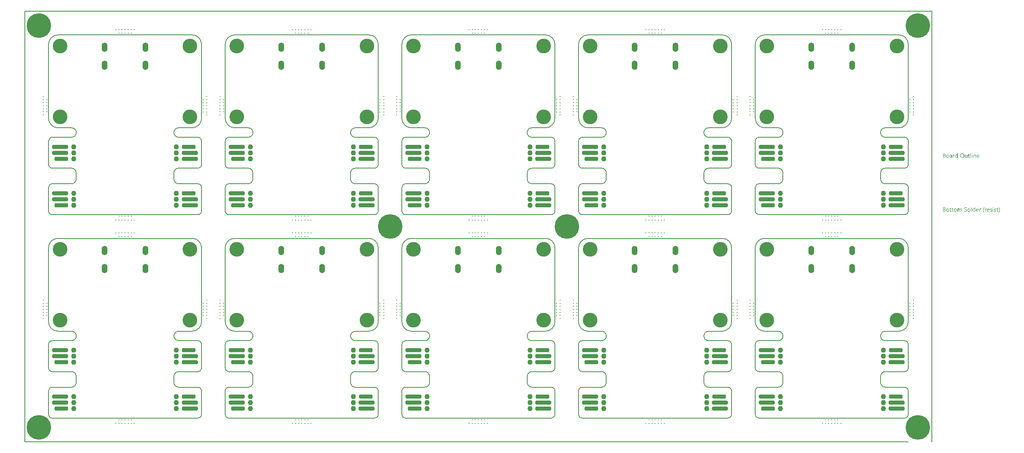
<source format=gbs>
G04*
G04 #@! TF.GenerationSoftware,Altium Limited,Altium Designer,21.5.1 (32)*
G04*
G04 Layer_Color=16711935*
%FSAX25Y25*%
%MOIN*%
G70*
G04*
G04 #@! TF.SameCoordinates,E99C0FF3-4C0A-44BC-87B1-091C8A248283*
G04*
G04*
G04 #@! TF.FilePolarity,Negative*
G04*
G01*
G75*
%ADD40C,0.00787*%
G04:AMPARAMS|DCode=50|XSize=35.43mil|YSize=135.83mil|CornerRadius=13.82mil|HoleSize=0mil|Usage=FLASHONLY|Rotation=270.000|XOffset=0mil|YOffset=0mil|HoleType=Round|Shape=RoundedRectangle|*
%AMROUNDEDRECTD50*
21,1,0.03543,0.10819,0,0,270.0*
21,1,0.00780,0.13583,0,0,270.0*
1,1,0.02764,-0.05409,-0.00390*
1,1,0.02764,-0.05409,0.00390*
1,1,0.02764,0.05409,0.00390*
1,1,0.02764,0.05409,-0.00390*
%
%ADD50ROUNDEDRECTD50*%
G04:AMPARAMS|DCode=51|XSize=35.43mil|YSize=116.14mil|CornerRadius=13.82mil|HoleSize=0mil|Usage=FLASHONLY|Rotation=270.000|XOffset=0mil|YOffset=0mil|HoleType=Round|Shape=RoundedRectangle|*
%AMROUNDEDRECTD51*
21,1,0.03543,0.08850,0,0,270.0*
21,1,0.00780,0.11614,0,0,270.0*
1,1,0.02764,-0.04425,-0.00390*
1,1,0.02764,-0.04425,0.00390*
1,1,0.02764,0.04425,0.00390*
1,1,0.02764,0.04425,-0.00390*
%
%ADD51ROUNDEDRECTD51*%
%ADD53C,0.04331*%
%ADD81C,0.00800*%
%ADD82C,0.20485*%
%ADD83C,0.12205*%
G04:AMPARAMS|DCode=84|XSize=49.21mil|YSize=76.77mil|CornerRadius=22.44mil|HoleSize=0mil|Usage=FLASHONLY|Rotation=180.000|XOffset=0mil|YOffset=0mil|HoleType=Round|Shape=RoundedRectangle|*
%AMROUNDEDRECTD84*
21,1,0.04921,0.03189,0,0,180.0*
21,1,0.00433,0.07677,0,0,180.0*
1,1,0.04488,-0.00217,0.01595*
1,1,0.04488,0.00217,0.01595*
1,1,0.04488,0.00217,-0.01595*
1,1,0.04488,-0.00217,-0.01595*
%
%ADD84ROUNDEDRECTD84*%
%ADD85C,0.00591*%
G36*
X0768500Y0220551D02*
X0768525D01*
X0768581Y0220526D01*
X0768612Y0220508D01*
X0768643Y0220483D01*
X0768649Y0220477D01*
X0768655Y0220470D01*
X0768686Y0220433D01*
X0768711Y0220371D01*
X0768717Y0220334D01*
X0768723Y0220297D01*
Y0220291D01*
Y0220279D01*
X0768717Y0220260D01*
X0768711Y0220235D01*
X0768692Y0220173D01*
X0768668Y0220142D01*
X0768643Y0220111D01*
X0768637D01*
X0768630Y0220099D01*
X0768593Y0220074D01*
X0768538Y0220050D01*
X0768500Y0220043D01*
X0768463Y0220037D01*
X0768445D01*
X0768426Y0220043D01*
X0768401D01*
X0768339Y0220068D01*
X0768308Y0220080D01*
X0768278Y0220105D01*
Y0220111D01*
X0768265Y0220118D01*
X0768253Y0220136D01*
X0768240Y0220155D01*
X0768216Y0220217D01*
X0768210Y0220254D01*
X0768203Y0220297D01*
Y0220303D01*
Y0220316D01*
X0768210Y0220334D01*
X0768216Y0220365D01*
X0768234Y0220421D01*
X0768253Y0220452D01*
X0768278Y0220483D01*
X0768284Y0220489D01*
X0768290Y0220495D01*
X0768327Y0220520D01*
X0768389Y0220545D01*
X0768426Y0220557D01*
X0768482D01*
X0768500Y0220551D01*
D02*
G37*
G36*
X0756510Y0216886D02*
X0756108D01*
Y0217307D01*
X0756096D01*
Y0217301D01*
X0756083Y0217289D01*
X0756065Y0217264D01*
X0756046Y0217233D01*
X0756015Y0217196D01*
X0755978Y0217159D01*
X0755935Y0217115D01*
X0755885Y0217072D01*
X0755829Y0217023D01*
X0755761Y0216979D01*
X0755693Y0216942D01*
X0755613Y0216905D01*
X0755532Y0216874D01*
X0755440Y0216849D01*
X0755340Y0216837D01*
X0755235Y0216831D01*
X0755192D01*
X0755155Y0216837D01*
X0755118Y0216843D01*
X0755068Y0216849D01*
X0754963Y0216874D01*
X0754839Y0216911D01*
X0754715Y0216973D01*
X0754647Y0217010D01*
X0754592Y0217054D01*
X0754530Y0217109D01*
X0754474Y0217165D01*
Y0217171D01*
X0754461Y0217183D01*
X0754449Y0217202D01*
X0754431Y0217227D01*
X0754412Y0217258D01*
X0754387Y0217301D01*
X0754362Y0217351D01*
X0754338Y0217406D01*
X0754307Y0217468D01*
X0754282Y0217536D01*
X0754257Y0217611D01*
X0754239Y0217691D01*
X0754220Y0217778D01*
X0754208Y0217877D01*
X0754202Y0217976D01*
X0754195Y0218081D01*
Y0218087D01*
Y0218106D01*
Y0218143D01*
X0754202Y0218186D01*
X0754208Y0218236D01*
X0754214Y0218298D01*
X0754220Y0218366D01*
X0754233Y0218440D01*
X0754270Y0218601D01*
X0754325Y0218768D01*
X0754362Y0218849D01*
X0754406Y0218929D01*
X0754449Y0219003D01*
X0754505Y0219078D01*
X0754511Y0219084D01*
X0754517Y0219096D01*
X0754536Y0219115D01*
X0754561Y0219140D01*
X0754592Y0219164D01*
X0754635Y0219195D01*
X0754678Y0219232D01*
X0754728Y0219270D01*
X0754851Y0219338D01*
X0754994Y0219400D01*
X0755074Y0219418D01*
X0755161Y0219437D01*
X0755248Y0219449D01*
X0755347Y0219455D01*
X0755396D01*
X0755433Y0219449D01*
X0755471Y0219443D01*
X0755520Y0219437D01*
X0755631Y0219406D01*
X0755755Y0219356D01*
X0755817Y0219325D01*
X0755879Y0219282D01*
X0755941Y0219239D01*
X0755997Y0219183D01*
X0756046Y0219121D01*
X0756096Y0219047D01*
X0756108D01*
Y0220607D01*
X0756510D01*
Y0216886D01*
D02*
G37*
G36*
X0770778Y0219449D02*
X0770853Y0219443D01*
X0770946Y0219424D01*
X0771044Y0219393D01*
X0771150Y0219344D01*
X0771255Y0219276D01*
X0771298Y0219239D01*
X0771342Y0219189D01*
X0771354Y0219177D01*
X0771379Y0219140D01*
X0771410Y0219078D01*
X0771453Y0218991D01*
X0771490Y0218886D01*
X0771527Y0218756D01*
X0771552Y0218601D01*
X0771558Y0218422D01*
Y0216886D01*
X0771156D01*
Y0218316D01*
Y0218322D01*
Y0218354D01*
X0771150Y0218391D01*
Y0218440D01*
X0771137Y0218502D01*
X0771125Y0218570D01*
X0771106Y0218644D01*
X0771082Y0218719D01*
X0771051Y0218793D01*
X0771014Y0218861D01*
X0770964Y0218929D01*
X0770908Y0218991D01*
X0770846Y0219040D01*
X0770766Y0219078D01*
X0770679Y0219109D01*
X0770574Y0219115D01*
X0770562D01*
X0770525Y0219109D01*
X0770469Y0219102D01*
X0770401Y0219084D01*
X0770320Y0219059D01*
X0770234Y0219016D01*
X0770153Y0218960D01*
X0770073Y0218886D01*
X0770066Y0218873D01*
X0770042Y0218849D01*
X0770011Y0218799D01*
X0769974Y0218731D01*
X0769937Y0218651D01*
X0769906Y0218551D01*
X0769881Y0218440D01*
X0769875Y0218316D01*
Y0216886D01*
X0769472D01*
Y0219400D01*
X0769875D01*
Y0218979D01*
X0769887D01*
X0769893Y0218985D01*
X0769899Y0218997D01*
X0769918Y0219022D01*
X0769943Y0219053D01*
X0769968Y0219090D01*
X0770005Y0219127D01*
X0770048Y0219170D01*
X0770097Y0219220D01*
X0770153Y0219263D01*
X0770215Y0219307D01*
X0770283Y0219344D01*
X0770357Y0219381D01*
X0770432Y0219412D01*
X0770518Y0219437D01*
X0770611Y0219449D01*
X0770710Y0219455D01*
X0770747D01*
X0770778Y0219449D01*
D02*
G37*
G36*
X0753781Y0219437D02*
X0753855Y0219430D01*
X0753898Y0219418D01*
X0753929Y0219406D01*
Y0218991D01*
X0753923Y0218997D01*
X0753911Y0219003D01*
X0753886Y0219016D01*
X0753855Y0219034D01*
X0753812Y0219047D01*
X0753756Y0219059D01*
X0753694Y0219065D01*
X0753626Y0219072D01*
X0753614D01*
X0753582Y0219065D01*
X0753533Y0219059D01*
X0753477Y0219040D01*
X0753403Y0219010D01*
X0753335Y0218966D01*
X0753261Y0218904D01*
X0753193Y0218824D01*
X0753186Y0218811D01*
X0753168Y0218781D01*
X0753137Y0218725D01*
X0753106Y0218651D01*
X0753075Y0218558D01*
X0753044Y0218440D01*
X0753025Y0218310D01*
X0753019Y0218162D01*
Y0216886D01*
X0752617D01*
Y0219400D01*
X0753019D01*
Y0218880D01*
X0753032D01*
Y0218886D01*
X0753038Y0218892D01*
X0753050Y0218923D01*
X0753069Y0218972D01*
X0753100Y0219034D01*
X0753131Y0219096D01*
X0753180Y0219164D01*
X0753230Y0219232D01*
X0753292Y0219294D01*
X0753298Y0219301D01*
X0753323Y0219319D01*
X0753360Y0219344D01*
X0753409Y0219369D01*
X0753465Y0219393D01*
X0753533Y0219418D01*
X0753607Y0219437D01*
X0753688Y0219443D01*
X0753744D01*
X0753781Y0219437D01*
D02*
G37*
G36*
X0764520Y0216886D02*
X0764118D01*
Y0217283D01*
X0764106D01*
Y0217276D01*
X0764093Y0217264D01*
X0764081Y0217239D01*
X0764056Y0217214D01*
X0764000Y0217140D01*
X0763914Y0217060D01*
X0763864Y0217016D01*
X0763808Y0216973D01*
X0763747Y0216936D01*
X0763672Y0216899D01*
X0763598Y0216874D01*
X0763518Y0216849D01*
X0763425Y0216837D01*
X0763332Y0216831D01*
X0763295D01*
X0763251Y0216837D01*
X0763189Y0216849D01*
X0763121Y0216862D01*
X0763047Y0216886D01*
X0762967Y0216917D01*
X0762886Y0216967D01*
X0762799Y0217023D01*
X0762719Y0217091D01*
X0762645Y0217177D01*
X0762577Y0217283D01*
X0762515Y0217400D01*
X0762471Y0217543D01*
X0762447Y0217710D01*
X0762434Y0217796D01*
Y0217895D01*
Y0219400D01*
X0762830D01*
Y0217957D01*
Y0217951D01*
Y0217926D01*
X0762837Y0217883D01*
X0762843Y0217833D01*
X0762849Y0217772D01*
X0762861Y0217710D01*
X0762880Y0217635D01*
X0762905Y0217561D01*
X0762942Y0217487D01*
X0762979Y0217419D01*
X0763028Y0217351D01*
X0763090Y0217289D01*
X0763158Y0217239D01*
X0763239Y0217202D01*
X0763338Y0217171D01*
X0763443Y0217165D01*
X0763456D01*
X0763493Y0217171D01*
X0763548Y0217177D01*
X0763610Y0217190D01*
X0763691Y0217221D01*
X0763771Y0217258D01*
X0763852Y0217307D01*
X0763926Y0217382D01*
X0763932Y0217394D01*
X0763957Y0217419D01*
X0763988Y0217468D01*
X0764025Y0217536D01*
X0764056Y0217617D01*
X0764087Y0217716D01*
X0764112Y0217827D01*
X0764118Y0217951D01*
Y0219400D01*
X0764520D01*
Y0216886D01*
D02*
G37*
G36*
X0768655D02*
X0768253D01*
Y0219400D01*
X0768655D01*
Y0216886D01*
D02*
G37*
G36*
X0767436D02*
X0767033D01*
Y0220607D01*
X0767436D01*
Y0216886D01*
D02*
G37*
G36*
X0751057Y0219449D02*
X0751113Y0219443D01*
X0751181Y0219424D01*
X0751255Y0219406D01*
X0751335Y0219375D01*
X0751422Y0219338D01*
X0751503Y0219288D01*
X0751583Y0219226D01*
X0751657Y0219152D01*
X0751725Y0219059D01*
X0751781Y0218954D01*
X0751825Y0218830D01*
X0751849Y0218688D01*
X0751862Y0218521D01*
Y0216886D01*
X0751459D01*
Y0217276D01*
X0751447D01*
Y0217270D01*
X0751435Y0217258D01*
X0751422Y0217233D01*
X0751398Y0217208D01*
X0751335Y0217134D01*
X0751255Y0217054D01*
X0751144Y0216973D01*
X0751014Y0216899D01*
X0750933Y0216874D01*
X0750853Y0216849D01*
X0750766Y0216837D01*
X0750673Y0216831D01*
X0750636D01*
X0750611Y0216837D01*
X0750543Y0216843D01*
X0750463Y0216856D01*
X0750364Y0216880D01*
X0750271Y0216911D01*
X0750172Y0216961D01*
X0750085Y0217023D01*
X0750079Y0217035D01*
X0750054Y0217060D01*
X0750017Y0217103D01*
X0749980Y0217165D01*
X0749943Y0217239D01*
X0749906Y0217326D01*
X0749881Y0217431D01*
X0749875Y0217549D01*
Y0217555D01*
Y0217580D01*
X0749881Y0217617D01*
X0749887Y0217660D01*
X0749899Y0217716D01*
X0749918Y0217778D01*
X0749943Y0217846D01*
X0749980Y0217914D01*
X0750023Y0217988D01*
X0750079Y0218062D01*
X0750147Y0218131D01*
X0750227Y0218193D01*
X0750320Y0218254D01*
X0750432Y0218304D01*
X0750556Y0218341D01*
X0750704Y0218372D01*
X0751459Y0218477D01*
Y0218483D01*
Y0218502D01*
X0751453Y0218539D01*
Y0218576D01*
X0751441Y0218626D01*
X0751435Y0218682D01*
X0751398Y0218799D01*
X0751367Y0218855D01*
X0751335Y0218911D01*
X0751292Y0218966D01*
X0751243Y0219016D01*
X0751181Y0219059D01*
X0751113Y0219090D01*
X0751032Y0219109D01*
X0750939Y0219115D01*
X0750896D01*
X0750865Y0219109D01*
X0750822D01*
X0750778Y0219096D01*
X0750667Y0219078D01*
X0750543Y0219040D01*
X0750407Y0218985D01*
X0750333Y0218948D01*
X0750265Y0218911D01*
X0750190Y0218861D01*
X0750122Y0218805D01*
Y0219220D01*
X0750129D01*
X0750141Y0219232D01*
X0750160Y0219245D01*
X0750190Y0219257D01*
X0750221Y0219276D01*
X0750265Y0219294D01*
X0750314Y0219313D01*
X0750370Y0219338D01*
X0750494Y0219381D01*
X0750642Y0219418D01*
X0750803Y0219443D01*
X0750977Y0219455D01*
X0751014D01*
X0751057Y0219449D01*
D02*
G37*
G36*
X0745368Y0220396D02*
X0745412D01*
X0745455Y0220390D01*
X0745554Y0220378D01*
X0745672Y0220347D01*
X0745795Y0220309D01*
X0745913Y0220254D01*
X0746018Y0220180D01*
X0746025D01*
X0746031Y0220167D01*
X0746062Y0220142D01*
X0746105Y0220093D01*
X0746154Y0220025D01*
X0746198Y0219938D01*
X0746241Y0219839D01*
X0746272Y0219728D01*
X0746284Y0219666D01*
Y0219598D01*
Y0219591D01*
Y0219585D01*
Y0219548D01*
X0746278Y0219492D01*
X0746266Y0219424D01*
X0746247Y0219338D01*
X0746216Y0219251D01*
X0746179Y0219164D01*
X0746124Y0219078D01*
X0746117Y0219065D01*
X0746093Y0219040D01*
X0746056Y0219003D01*
X0746006Y0218954D01*
X0745944Y0218904D01*
X0745870Y0218849D01*
X0745777Y0218805D01*
X0745678Y0218762D01*
Y0218756D01*
X0745696D01*
X0745715Y0218750D01*
X0745734Y0218743D01*
X0745802Y0218731D01*
X0745882Y0218706D01*
X0745969Y0218669D01*
X0746062Y0218626D01*
X0746154Y0218564D01*
X0746241Y0218483D01*
X0746254Y0218471D01*
X0746278Y0218440D01*
X0746309Y0218397D01*
X0746353Y0218329D01*
X0746390Y0218242D01*
X0746427Y0218143D01*
X0746452Y0218025D01*
X0746458Y0217895D01*
Y0217889D01*
Y0217877D01*
Y0217852D01*
X0746452Y0217821D01*
X0746445Y0217784D01*
X0746439Y0217741D01*
X0746415Y0217635D01*
X0746377Y0217518D01*
X0746322Y0217394D01*
X0746284Y0217338D01*
X0746241Y0217276D01*
X0746185Y0217221D01*
X0746130Y0217165D01*
X0746124D01*
X0746117Y0217153D01*
X0746099Y0217140D01*
X0746074Y0217122D01*
X0746043Y0217103D01*
X0746000Y0217078D01*
X0745907Y0217029D01*
X0745789Y0216973D01*
X0745653Y0216930D01*
X0745492Y0216899D01*
X0745412Y0216893D01*
X0745319Y0216886D01*
X0744291D01*
Y0220402D01*
X0745337D01*
X0745368Y0220396D01*
D02*
G37*
G36*
X0765864Y0219400D02*
X0766501D01*
Y0219053D01*
X0765864D01*
Y0217635D01*
Y0217623D01*
Y0217592D01*
X0765870Y0217549D01*
X0765876Y0217493D01*
X0765901Y0217375D01*
X0765919Y0217320D01*
X0765950Y0217276D01*
X0765956Y0217270D01*
X0765969Y0217258D01*
X0765987Y0217245D01*
X0766018Y0217227D01*
X0766055Y0217202D01*
X0766105Y0217190D01*
X0766167Y0217177D01*
X0766235Y0217171D01*
X0766260D01*
X0766291Y0217177D01*
X0766328Y0217183D01*
X0766414Y0217208D01*
X0766458Y0217227D01*
X0766501Y0217252D01*
Y0216905D01*
X0766495D01*
X0766476Y0216893D01*
X0766445Y0216886D01*
X0766402Y0216874D01*
X0766346Y0216862D01*
X0766284Y0216849D01*
X0766210Y0216843D01*
X0766123Y0216837D01*
X0766092D01*
X0766062Y0216843D01*
X0766018Y0216849D01*
X0765969Y0216862D01*
X0765913Y0216874D01*
X0765857Y0216899D01*
X0765795Y0216930D01*
X0765733Y0216967D01*
X0765672Y0217016D01*
X0765616Y0217072D01*
X0765566Y0217146D01*
X0765523Y0217227D01*
X0765492Y0217326D01*
X0765467Y0217437D01*
X0765461Y0217567D01*
Y0219053D01*
X0765034D01*
Y0219400D01*
X0765461D01*
Y0220012D01*
X0765864Y0220142D01*
Y0219400D01*
D02*
G37*
G36*
X0773390Y0219449D02*
X0773434Y0219443D01*
X0773477Y0219437D01*
X0773589Y0219418D01*
X0773712Y0219375D01*
X0773836Y0219319D01*
X0773898Y0219282D01*
X0773960Y0219239D01*
X0774016Y0219189D01*
X0774071Y0219133D01*
X0774078Y0219127D01*
X0774084Y0219121D01*
X0774096Y0219102D01*
X0774115Y0219078D01*
X0774133Y0219040D01*
X0774158Y0219003D01*
X0774183Y0218960D01*
X0774208Y0218904D01*
X0774232Y0218843D01*
X0774257Y0218781D01*
X0774282Y0218706D01*
X0774300Y0218626D01*
X0774319Y0218539D01*
X0774331Y0218453D01*
X0774344Y0218354D01*
Y0218248D01*
Y0218038D01*
X0772567D01*
Y0218032D01*
Y0218019D01*
Y0218001D01*
X0772573Y0217970D01*
X0772580Y0217933D01*
Y0217895D01*
X0772598Y0217796D01*
X0772629Y0217697D01*
X0772666Y0217586D01*
X0772722Y0217481D01*
X0772790Y0217388D01*
X0772802Y0217375D01*
X0772827Y0217351D01*
X0772877Y0217320D01*
X0772945Y0217276D01*
X0773032Y0217233D01*
X0773131Y0217202D01*
X0773248Y0217177D01*
X0773384Y0217165D01*
X0773428D01*
X0773459Y0217171D01*
X0773496D01*
X0773539Y0217177D01*
X0773644Y0217202D01*
X0773762Y0217233D01*
X0773892Y0217283D01*
X0774028Y0217351D01*
X0774096Y0217394D01*
X0774164Y0217443D01*
Y0217066D01*
X0774158D01*
X0774152Y0217054D01*
X0774133Y0217047D01*
X0774102Y0217029D01*
X0774071Y0217010D01*
X0774034Y0216992D01*
X0773985Y0216973D01*
X0773935Y0216948D01*
X0773873Y0216924D01*
X0773805Y0216905D01*
X0773657Y0216868D01*
X0773483Y0216843D01*
X0773291Y0216831D01*
X0773242D01*
X0773205Y0216837D01*
X0773162Y0216843D01*
X0773106Y0216849D01*
X0772988Y0216874D01*
X0772852Y0216911D01*
X0772716Y0216973D01*
X0772648Y0217016D01*
X0772580Y0217060D01*
X0772518Y0217109D01*
X0772456Y0217171D01*
X0772450Y0217177D01*
X0772443Y0217190D01*
X0772431Y0217208D01*
X0772406Y0217233D01*
X0772388Y0217270D01*
X0772363Y0217314D01*
X0772332Y0217363D01*
X0772307Y0217419D01*
X0772276Y0217481D01*
X0772252Y0217555D01*
X0772221Y0217635D01*
X0772202Y0217722D01*
X0772184Y0217815D01*
X0772165Y0217914D01*
X0772159Y0218019D01*
X0772153Y0218131D01*
Y0218137D01*
Y0218155D01*
Y0218186D01*
X0772159Y0218230D01*
X0772165Y0218279D01*
X0772171Y0218335D01*
X0772177Y0218403D01*
X0772196Y0218471D01*
X0772233Y0218620D01*
X0772289Y0218781D01*
X0772326Y0218861D01*
X0772375Y0218935D01*
X0772425Y0219016D01*
X0772481Y0219084D01*
X0772487Y0219090D01*
X0772499Y0219102D01*
X0772518Y0219121D01*
X0772542Y0219140D01*
X0772573Y0219170D01*
X0772611Y0219201D01*
X0772660Y0219232D01*
X0772710Y0219270D01*
X0772827Y0219338D01*
X0772970Y0219400D01*
X0773050Y0219418D01*
X0773131Y0219437D01*
X0773217Y0219449D01*
X0773310Y0219455D01*
X0773360D01*
X0773390Y0219449D01*
D02*
G37*
G36*
X0760348Y0220458D02*
X0760410Y0220452D01*
X0760484Y0220440D01*
X0760565Y0220421D01*
X0760651Y0220402D01*
X0760738Y0220378D01*
X0760837Y0220347D01*
X0760930Y0220303D01*
X0761029Y0220254D01*
X0761128Y0220198D01*
X0761221Y0220130D01*
X0761314Y0220056D01*
X0761401Y0219969D01*
X0761407Y0219963D01*
X0761419Y0219944D01*
X0761444Y0219919D01*
X0761469Y0219882D01*
X0761506Y0219833D01*
X0761543Y0219771D01*
X0761580Y0219703D01*
X0761623Y0219629D01*
X0761667Y0219536D01*
X0761704Y0219443D01*
X0761741Y0219338D01*
X0761778Y0219220D01*
X0761803Y0219102D01*
X0761828Y0218972D01*
X0761840Y0218830D01*
X0761846Y0218688D01*
Y0218675D01*
Y0218651D01*
Y0218607D01*
X0761840Y0218545D01*
X0761834Y0218471D01*
X0761821Y0218391D01*
X0761809Y0218298D01*
X0761791Y0218193D01*
X0761766Y0218087D01*
X0761735Y0217976D01*
X0761698Y0217864D01*
X0761654Y0217753D01*
X0761599Y0217635D01*
X0761537Y0217530D01*
X0761469Y0217425D01*
X0761388Y0217326D01*
X0761382Y0217320D01*
X0761370Y0217307D01*
X0761339Y0217283D01*
X0761308Y0217252D01*
X0761258Y0217208D01*
X0761202Y0217171D01*
X0761140Y0217122D01*
X0761066Y0217078D01*
X0760986Y0217035D01*
X0760893Y0216986D01*
X0760794Y0216948D01*
X0760682Y0216911D01*
X0760565Y0216874D01*
X0760441Y0216849D01*
X0760311Y0216837D01*
X0760169Y0216831D01*
X0760138D01*
X0760094Y0216837D01*
X0760045D01*
X0759983Y0216843D01*
X0759909Y0216856D01*
X0759828Y0216874D01*
X0759735Y0216893D01*
X0759643Y0216917D01*
X0759544Y0216948D01*
X0759444Y0216992D01*
X0759345Y0217035D01*
X0759246Y0217091D01*
X0759147Y0217159D01*
X0759055Y0217233D01*
X0758968Y0217320D01*
X0758962Y0217326D01*
X0758949Y0217344D01*
X0758924Y0217369D01*
X0758900Y0217406D01*
X0758863Y0217456D01*
X0758825Y0217518D01*
X0758788Y0217586D01*
X0758745Y0217666D01*
X0758702Y0217753D01*
X0758665Y0217846D01*
X0758627Y0217951D01*
X0758590Y0218069D01*
X0758566Y0218186D01*
X0758541Y0218316D01*
X0758528Y0218459D01*
X0758522Y0218601D01*
Y0218613D01*
Y0218638D01*
X0758528Y0218682D01*
Y0218743D01*
X0758534Y0218811D01*
X0758547Y0218898D01*
X0758559Y0218991D01*
X0758578Y0219090D01*
X0758603Y0219195D01*
X0758634Y0219307D01*
X0758671Y0219418D01*
X0758714Y0219530D01*
X0758770Y0219641D01*
X0758832Y0219752D01*
X0758900Y0219858D01*
X0758980Y0219957D01*
X0758986Y0219963D01*
X0758999Y0219981D01*
X0759030Y0220006D01*
X0759067Y0220037D01*
X0759110Y0220074D01*
X0759166Y0220118D01*
X0759234Y0220161D01*
X0759308Y0220210D01*
X0759395Y0220260D01*
X0759488Y0220303D01*
X0759587Y0220347D01*
X0759698Y0220384D01*
X0759822Y0220415D01*
X0759952Y0220446D01*
X0760088Y0220458D01*
X0760231Y0220464D01*
X0760299D01*
X0760348Y0220458D01*
D02*
G37*
G36*
X0748321Y0219449D02*
X0748364Y0219443D01*
X0748420Y0219437D01*
X0748544Y0219412D01*
X0748686Y0219369D01*
X0748829Y0219307D01*
X0748903Y0219270D01*
X0748971Y0219226D01*
X0749039Y0219170D01*
X0749101Y0219109D01*
X0749107Y0219102D01*
X0749113Y0219090D01*
X0749132Y0219072D01*
X0749151Y0219047D01*
X0749175Y0219010D01*
X0749200Y0218966D01*
X0749231Y0218917D01*
X0749262Y0218861D01*
X0749287Y0218793D01*
X0749318Y0218725D01*
X0749342Y0218644D01*
X0749367Y0218558D01*
X0749386Y0218465D01*
X0749404Y0218366D01*
X0749410Y0218261D01*
X0749417Y0218149D01*
Y0218143D01*
Y0218124D01*
Y0218093D01*
X0749410Y0218050D01*
X0749404Y0218001D01*
X0749398Y0217939D01*
X0749386Y0217877D01*
X0749373Y0217803D01*
X0749336Y0217654D01*
X0749274Y0217493D01*
X0749237Y0217413D01*
X0749188Y0217332D01*
X0749138Y0217258D01*
X0749076Y0217190D01*
X0749070Y0217183D01*
X0749058Y0217177D01*
X0749039Y0217159D01*
X0749014Y0217134D01*
X0748977Y0217109D01*
X0748940Y0217078D01*
X0748890Y0217041D01*
X0748835Y0217010D01*
X0748773Y0216979D01*
X0748705Y0216942D01*
X0748631Y0216911D01*
X0748550Y0216886D01*
X0748463Y0216862D01*
X0748371Y0216849D01*
X0748272Y0216837D01*
X0748166Y0216831D01*
X0748111D01*
X0748073Y0216837D01*
X0748030Y0216843D01*
X0747974Y0216849D01*
X0747913Y0216862D01*
X0747844Y0216874D01*
X0747702Y0216917D01*
X0747553Y0216979D01*
X0747479Y0217016D01*
X0747411Y0217066D01*
X0747343Y0217115D01*
X0747275Y0217177D01*
X0747269Y0217183D01*
X0747262Y0217196D01*
X0747244Y0217214D01*
X0747225Y0217239D01*
X0747201Y0217276D01*
X0747170Y0217320D01*
X0747139Y0217369D01*
X0747114Y0217425D01*
X0747083Y0217493D01*
X0747052Y0217561D01*
X0747021Y0217635D01*
X0746996Y0217722D01*
X0746959Y0217908D01*
X0746953Y0218007D01*
X0746947Y0218112D01*
Y0218118D01*
Y0218143D01*
Y0218174D01*
X0746953Y0218217D01*
X0746959Y0218267D01*
X0746965Y0218329D01*
X0746978Y0218397D01*
X0746990Y0218471D01*
X0747027Y0218632D01*
X0747089Y0218793D01*
X0747132Y0218873D01*
X0747176Y0218954D01*
X0747225Y0219028D01*
X0747287Y0219096D01*
X0747294Y0219102D01*
X0747306Y0219115D01*
X0747324Y0219127D01*
X0747349Y0219152D01*
X0747386Y0219177D01*
X0747430Y0219208D01*
X0747479Y0219245D01*
X0747535Y0219276D01*
X0747597Y0219307D01*
X0747671Y0219344D01*
X0747745Y0219375D01*
X0747832Y0219400D01*
X0747919Y0219424D01*
X0748018Y0219443D01*
X0748123Y0219449D01*
X0748228Y0219455D01*
X0748284D01*
X0748321Y0219449D01*
D02*
G37*
G36*
X0785931Y0175624D02*
X0785956D01*
X0786012Y0175600D01*
X0786043Y0175581D01*
X0786074Y0175556D01*
X0786080Y0175550D01*
X0786086Y0175544D01*
X0786117Y0175507D01*
X0786142Y0175445D01*
X0786148Y0175408D01*
X0786154Y0175371D01*
Y0175364D01*
Y0175352D01*
X0786148Y0175333D01*
X0786142Y0175309D01*
X0786123Y0175247D01*
X0786099Y0175216D01*
X0786074Y0175185D01*
X0786068D01*
X0786061Y0175172D01*
X0786024Y0175148D01*
X0785969Y0175123D01*
X0785931Y0175117D01*
X0785894Y0175111D01*
X0785876D01*
X0785857Y0175117D01*
X0785832D01*
X0785771Y0175142D01*
X0785740Y0175154D01*
X0785709Y0175179D01*
Y0175185D01*
X0785696Y0175191D01*
X0785684Y0175210D01*
X0785672Y0175228D01*
X0785647Y0175290D01*
X0785640Y0175327D01*
X0785634Y0175371D01*
Y0175377D01*
Y0175389D01*
X0785640Y0175408D01*
X0785647Y0175439D01*
X0785665Y0175494D01*
X0785684Y0175525D01*
X0785709Y0175556D01*
X0785715Y0175563D01*
X0785721Y0175569D01*
X0785758Y0175593D01*
X0785820Y0175618D01*
X0785857Y0175631D01*
X0785913D01*
X0785931Y0175624D01*
D02*
G37*
G36*
X0763363Y0175531D02*
X0763412D01*
X0763524Y0175519D01*
X0763648Y0175507D01*
X0763771Y0175482D01*
X0763889Y0175451D01*
X0763938Y0175433D01*
X0763988Y0175408D01*
Y0174943D01*
X0763982D01*
X0763975Y0174956D01*
X0763957Y0174962D01*
X0763932Y0174981D01*
X0763901Y0174993D01*
X0763864Y0175012D01*
X0763771Y0175055D01*
X0763660Y0175092D01*
X0763524Y0175129D01*
X0763363Y0175154D01*
X0763189Y0175160D01*
X0763140D01*
X0763103Y0175154D01*
X0763066D01*
X0763016Y0175148D01*
X0762917Y0175129D01*
X0762911D01*
X0762892Y0175123D01*
X0762867Y0175117D01*
X0762837Y0175111D01*
X0762762Y0175080D01*
X0762676Y0175042D01*
X0762669D01*
X0762657Y0175030D01*
X0762639Y0175018D01*
X0762614Y0174999D01*
X0762558Y0174943D01*
X0762502Y0174875D01*
Y0174869D01*
X0762490Y0174857D01*
X0762484Y0174838D01*
X0762471Y0174807D01*
X0762459Y0174770D01*
X0762453Y0174733D01*
X0762440Y0174634D01*
Y0174628D01*
Y0174609D01*
Y0174584D01*
X0762447Y0174554D01*
X0762459Y0174479D01*
X0762490Y0174399D01*
Y0174393D01*
X0762502Y0174380D01*
X0762508Y0174362D01*
X0762527Y0174337D01*
X0762577Y0174281D01*
X0762639Y0174219D01*
X0762645Y0174213D01*
X0762657Y0174207D01*
X0762676Y0174188D01*
X0762707Y0174170D01*
X0762744Y0174145D01*
X0762781Y0174120D01*
X0762880Y0174058D01*
X0762886Y0174052D01*
X0762905Y0174046D01*
X0762936Y0174027D01*
X0762973Y0174009D01*
X0763022Y0173984D01*
X0763078Y0173959D01*
X0763202Y0173897D01*
X0763208Y0173891D01*
X0763233Y0173879D01*
X0763270Y0173860D01*
X0763319Y0173836D01*
X0763375Y0173811D01*
X0763437Y0173774D01*
X0763561Y0173699D01*
X0763567Y0173693D01*
X0763592Y0173681D01*
X0763623Y0173662D01*
X0763666Y0173631D01*
X0763759Y0173557D01*
X0763858Y0173470D01*
X0763864Y0173464D01*
X0763883Y0173452D01*
X0763901Y0173421D01*
X0763932Y0173390D01*
X0763963Y0173346D01*
X0764000Y0173303D01*
X0764062Y0173192D01*
X0764068Y0173186D01*
X0764075Y0173167D01*
X0764087Y0173136D01*
X0764099Y0173093D01*
X0764112Y0173043D01*
X0764124Y0172981D01*
X0764137Y0172919D01*
Y0172845D01*
Y0172833D01*
Y0172802D01*
X0764130Y0172752D01*
X0764124Y0172690D01*
X0764112Y0172622D01*
X0764093Y0172548D01*
X0764068Y0172474D01*
X0764031Y0172406D01*
X0764025Y0172399D01*
X0764013Y0172375D01*
X0763988Y0172344D01*
X0763963Y0172300D01*
X0763920Y0172257D01*
X0763876Y0172207D01*
X0763821Y0172158D01*
X0763759Y0172108D01*
X0763753Y0172102D01*
X0763728Y0172090D01*
X0763691Y0172071D01*
X0763641Y0172047D01*
X0763586Y0172022D01*
X0763518Y0171997D01*
X0763437Y0171972D01*
X0763356Y0171954D01*
X0763344D01*
X0763319Y0171948D01*
X0763276Y0171941D01*
X0763214Y0171929D01*
X0763146Y0171923D01*
X0763066Y0171910D01*
X0762979Y0171904D01*
X0762830D01*
X0762762Y0171910D01*
X0762676Y0171917D01*
X0762657D01*
X0762632Y0171923D01*
X0762601Y0171929D01*
X0762521Y0171935D01*
X0762428Y0171954D01*
X0762422D01*
X0762403Y0171960D01*
X0762379Y0171966D01*
X0762348Y0171972D01*
X0762273Y0171991D01*
X0762187Y0172016D01*
X0762180D01*
X0762168Y0172022D01*
X0762149Y0172028D01*
X0762125Y0172040D01*
X0762063Y0172065D01*
X0762001Y0172102D01*
Y0172585D01*
X0762007Y0172579D01*
X0762019Y0172573D01*
X0762032Y0172560D01*
X0762057Y0172542D01*
X0762125Y0172499D01*
X0762205Y0172449D01*
X0762211D01*
X0762224Y0172443D01*
X0762249Y0172430D01*
X0762280Y0172418D01*
X0762360Y0172381D01*
X0762447Y0172350D01*
X0762453D01*
X0762471Y0172344D01*
X0762496Y0172337D01*
X0762527Y0172331D01*
X0762614Y0172307D01*
X0762707Y0172288D01*
X0762731D01*
X0762756Y0172282D01*
X0762787D01*
X0762861Y0172276D01*
X0762948Y0172269D01*
X0763010D01*
X0763078Y0172276D01*
X0763165Y0172288D01*
X0763258Y0172300D01*
X0763350Y0172325D01*
X0763437Y0172362D01*
X0763518Y0172406D01*
X0763524Y0172412D01*
X0763548Y0172430D01*
X0763579Y0172468D01*
X0763610Y0172511D01*
X0763648Y0172566D01*
X0763672Y0172641D01*
X0763697Y0172721D01*
X0763703Y0172814D01*
Y0172820D01*
Y0172839D01*
Y0172864D01*
X0763697Y0172901D01*
X0763678Y0172981D01*
X0763641Y0173062D01*
Y0173068D01*
X0763629Y0173080D01*
X0763617Y0173099D01*
X0763598Y0173124D01*
X0763542Y0173186D01*
X0763468Y0173254D01*
X0763462Y0173260D01*
X0763449Y0173272D01*
X0763425Y0173285D01*
X0763394Y0173309D01*
X0763356Y0173334D01*
X0763313Y0173365D01*
X0763208Y0173421D01*
X0763202Y0173427D01*
X0763183Y0173433D01*
X0763152Y0173452D01*
X0763109Y0173470D01*
X0763066Y0173501D01*
X0763010Y0173526D01*
X0762880Y0173594D01*
X0762874Y0173600D01*
X0762849Y0173613D01*
X0762812Y0173631D01*
X0762769Y0173650D01*
X0762719Y0173681D01*
X0762663Y0173712D01*
X0762539Y0173780D01*
X0762533Y0173786D01*
X0762515Y0173798D01*
X0762484Y0173817D01*
X0762447Y0173842D01*
X0762354Y0173910D01*
X0762261Y0173990D01*
X0762255Y0173996D01*
X0762242Y0174009D01*
X0762218Y0174034D01*
X0762193Y0174065D01*
X0762162Y0174108D01*
X0762131Y0174151D01*
X0762075Y0174250D01*
Y0174256D01*
X0762063Y0174275D01*
X0762057Y0174306D01*
X0762044Y0174349D01*
X0762032Y0174399D01*
X0762019Y0174461D01*
X0762013Y0174523D01*
X0762007Y0174597D01*
Y0174609D01*
Y0174640D01*
X0762013Y0174683D01*
X0762019Y0174739D01*
X0762032Y0174807D01*
X0762050Y0174875D01*
X0762075Y0174943D01*
X0762112Y0175012D01*
X0762118Y0175018D01*
X0762131Y0175042D01*
X0762156Y0175074D01*
X0762187Y0175117D01*
X0762224Y0175160D01*
X0762273Y0175210D01*
X0762329Y0175259D01*
X0762391Y0175303D01*
X0762397Y0175309D01*
X0762422Y0175321D01*
X0762459Y0175346D01*
X0762502Y0175371D01*
X0762564Y0175395D01*
X0762626Y0175426D01*
X0762700Y0175451D01*
X0762781Y0175476D01*
X0762793D01*
X0762818Y0175488D01*
X0762861Y0175494D01*
X0762923Y0175507D01*
X0762991Y0175519D01*
X0763066Y0175525D01*
X0763233Y0175538D01*
X0763319D01*
X0763363Y0175531D01*
D02*
G37*
G36*
X0771094Y0171960D02*
X0770692D01*
Y0172381D01*
X0770679D01*
Y0172375D01*
X0770667Y0172362D01*
X0770648Y0172337D01*
X0770630Y0172307D01*
X0770599Y0172269D01*
X0770562Y0172232D01*
X0770518Y0172189D01*
X0770469Y0172146D01*
X0770413Y0172096D01*
X0770345Y0172053D01*
X0770277Y0172016D01*
X0770196Y0171978D01*
X0770116Y0171948D01*
X0770023Y0171923D01*
X0769924Y0171910D01*
X0769819Y0171904D01*
X0769776D01*
X0769738Y0171910D01*
X0769701Y0171917D01*
X0769652Y0171923D01*
X0769547Y0171948D01*
X0769423Y0171985D01*
X0769299Y0172047D01*
X0769231Y0172084D01*
X0769175Y0172127D01*
X0769113Y0172183D01*
X0769058Y0172239D01*
Y0172245D01*
X0769045Y0172257D01*
X0769033Y0172276D01*
X0769014Y0172300D01*
X0768996Y0172331D01*
X0768971Y0172375D01*
X0768946Y0172424D01*
X0768921Y0172480D01*
X0768890Y0172542D01*
X0768866Y0172610D01*
X0768841Y0172684D01*
X0768822Y0172765D01*
X0768804Y0172851D01*
X0768791Y0172950D01*
X0768785Y0173049D01*
X0768779Y0173155D01*
Y0173161D01*
Y0173179D01*
Y0173216D01*
X0768785Y0173260D01*
X0768791Y0173309D01*
X0768797Y0173371D01*
X0768804Y0173439D01*
X0768816Y0173514D01*
X0768853Y0173674D01*
X0768909Y0173842D01*
X0768946Y0173922D01*
X0768989Y0174003D01*
X0769033Y0174077D01*
X0769089Y0174151D01*
X0769095Y0174157D01*
X0769101Y0174170D01*
X0769119Y0174188D01*
X0769144Y0174213D01*
X0769175Y0174238D01*
X0769218Y0174269D01*
X0769262Y0174306D01*
X0769311Y0174343D01*
X0769435Y0174411D01*
X0769578Y0174473D01*
X0769658Y0174492D01*
X0769745Y0174510D01*
X0769831Y0174523D01*
X0769930Y0174529D01*
X0769980D01*
X0770017Y0174523D01*
X0770054Y0174516D01*
X0770104Y0174510D01*
X0770215Y0174479D01*
X0770339Y0174430D01*
X0770401Y0174399D01*
X0770463Y0174355D01*
X0770525Y0174312D01*
X0770580Y0174256D01*
X0770630Y0174195D01*
X0770679Y0174120D01*
X0770692D01*
Y0175680D01*
X0771094D01*
Y0171960D01*
D02*
G37*
G36*
X0787838Y0174523D02*
X0787919Y0174516D01*
X0788005Y0174504D01*
X0788104Y0174479D01*
X0788203Y0174454D01*
X0788302Y0174417D01*
Y0174009D01*
X0788290Y0174015D01*
X0788253Y0174040D01*
X0788197Y0174065D01*
X0788123Y0174102D01*
X0788030Y0174133D01*
X0787919Y0174164D01*
X0787795Y0174182D01*
X0787665Y0174188D01*
X0787597D01*
X0787535Y0174176D01*
X0787460Y0174164D01*
X0787454D01*
X0787448Y0174157D01*
X0787411Y0174145D01*
X0787361Y0174120D01*
X0787306Y0174089D01*
X0787293Y0174083D01*
X0787268Y0174058D01*
X0787238Y0174021D01*
X0787207Y0173978D01*
X0787200Y0173966D01*
X0787188Y0173934D01*
X0787176Y0173891D01*
X0787170Y0173836D01*
Y0173829D01*
Y0173817D01*
Y0173798D01*
X0787176Y0173780D01*
X0787188Y0173724D01*
X0787207Y0173668D01*
X0787213Y0173656D01*
X0787231Y0173631D01*
X0787268Y0173594D01*
X0787312Y0173551D01*
X0787318D01*
X0787324Y0173545D01*
X0787361Y0173520D01*
X0787411Y0173489D01*
X0787479Y0173458D01*
X0787485D01*
X0787498Y0173452D01*
X0787516Y0173445D01*
X0787547Y0173433D01*
X0787615Y0173408D01*
X0787702Y0173371D01*
X0787708D01*
X0787733Y0173359D01*
X0787764Y0173346D01*
X0787801Y0173334D01*
X0787900Y0173291D01*
X0787999Y0173241D01*
X0788005D01*
X0788024Y0173229D01*
X0788048Y0173216D01*
X0788079Y0173198D01*
X0788154Y0173148D01*
X0788228Y0173087D01*
X0788234Y0173080D01*
X0788246Y0173074D01*
X0788259Y0173056D01*
X0788284Y0173031D01*
X0788327Y0172969D01*
X0788370Y0172888D01*
Y0172882D01*
X0788377Y0172870D01*
X0788389Y0172845D01*
X0788395Y0172814D01*
X0788408Y0172777D01*
X0788414Y0172734D01*
X0788420Y0172628D01*
Y0172622D01*
Y0172598D01*
X0788414Y0172560D01*
X0788408Y0172517D01*
X0788401Y0172468D01*
X0788383Y0172412D01*
X0788364Y0172362D01*
X0788333Y0172307D01*
X0788327Y0172300D01*
X0788321Y0172282D01*
X0788302Y0172257D01*
X0788277Y0172226D01*
X0788246Y0172189D01*
X0788209Y0172152D01*
X0788117Y0172078D01*
X0788110Y0172071D01*
X0788092Y0172065D01*
X0788067Y0172047D01*
X0788024Y0172028D01*
X0787980Y0172003D01*
X0787925Y0171985D01*
X0787869Y0171966D01*
X0787801Y0171948D01*
X0787795D01*
X0787770Y0171941D01*
X0787733Y0171935D01*
X0787689Y0171929D01*
X0787628Y0171917D01*
X0787566Y0171910D01*
X0787423Y0171904D01*
X0787361D01*
X0787287Y0171910D01*
X0787194Y0171923D01*
X0787089Y0171941D01*
X0786978Y0171966D01*
X0786866Y0171997D01*
X0786755Y0172047D01*
Y0172480D01*
X0786761D01*
X0786767Y0172468D01*
X0786786Y0172455D01*
X0786810Y0172443D01*
X0786878Y0172406D01*
X0786971Y0172362D01*
X0787077Y0172313D01*
X0787200Y0172276D01*
X0787337Y0172251D01*
X0787479Y0172239D01*
X0787529D01*
X0787559Y0172245D01*
X0787646Y0172257D01*
X0787745Y0172282D01*
X0787838Y0172325D01*
X0787881Y0172356D01*
X0787925Y0172387D01*
X0787956Y0172430D01*
X0787980Y0172474D01*
X0787999Y0172529D01*
X0788005Y0172591D01*
Y0172598D01*
Y0172610D01*
Y0172628D01*
X0787999Y0172647D01*
X0787987Y0172703D01*
X0787962Y0172758D01*
Y0172765D01*
X0787956Y0172771D01*
X0787931Y0172802D01*
X0787894Y0172845D01*
X0787838Y0172882D01*
X0787832D01*
X0787826Y0172895D01*
X0787788Y0172913D01*
X0787733Y0172950D01*
X0787659Y0172981D01*
X0787652D01*
X0787640Y0172987D01*
X0787621Y0173000D01*
X0787590Y0173012D01*
X0787522Y0173037D01*
X0787436Y0173074D01*
X0787429D01*
X0787405Y0173087D01*
X0787374Y0173099D01*
X0787337Y0173111D01*
X0787238Y0173155D01*
X0787139Y0173204D01*
X0787132Y0173210D01*
X0787120Y0173216D01*
X0787095Y0173229D01*
X0787064Y0173247D01*
X0786996Y0173297D01*
X0786928Y0173353D01*
X0786922Y0173359D01*
X0786916Y0173365D01*
X0786897Y0173384D01*
X0786878Y0173408D01*
X0786835Y0173470D01*
X0786798Y0173545D01*
Y0173551D01*
X0786792Y0173563D01*
X0786786Y0173588D01*
X0786779Y0173619D01*
X0786773Y0173656D01*
X0786767Y0173699D01*
X0786761Y0173804D01*
Y0173811D01*
Y0173836D01*
X0786767Y0173866D01*
X0786773Y0173910D01*
X0786779Y0173959D01*
X0786798Y0174009D01*
X0786817Y0174065D01*
X0786841Y0174114D01*
X0786848Y0174120D01*
X0786854Y0174139D01*
X0786872Y0174164D01*
X0786897Y0174195D01*
X0786965Y0174269D01*
X0787052Y0174343D01*
X0787058Y0174349D01*
X0787077Y0174355D01*
X0787101Y0174374D01*
X0787145Y0174393D01*
X0787188Y0174417D01*
X0787238Y0174442D01*
X0787361Y0174479D01*
X0787367D01*
X0787392Y0174485D01*
X0787423Y0174498D01*
X0787473Y0174504D01*
X0787522Y0174516D01*
X0787584Y0174523D01*
X0787720Y0174529D01*
X0787776D01*
X0787838Y0174523D01*
D02*
G37*
G36*
X0784483D02*
X0784563Y0174516D01*
X0784650Y0174504D01*
X0784749Y0174479D01*
X0784848Y0174454D01*
X0784947Y0174417D01*
Y0174009D01*
X0784935Y0174015D01*
X0784898Y0174040D01*
X0784842Y0174065D01*
X0784768Y0174102D01*
X0784675Y0174133D01*
X0784563Y0174164D01*
X0784440Y0174182D01*
X0784310Y0174188D01*
X0784242D01*
X0784180Y0174176D01*
X0784105Y0174164D01*
X0784099D01*
X0784093Y0174157D01*
X0784056Y0174145D01*
X0784006Y0174120D01*
X0783951Y0174089D01*
X0783938Y0174083D01*
X0783914Y0174058D01*
X0783883Y0174021D01*
X0783852Y0173978D01*
X0783845Y0173966D01*
X0783833Y0173934D01*
X0783821Y0173891D01*
X0783814Y0173836D01*
Y0173829D01*
Y0173817D01*
Y0173798D01*
X0783821Y0173780D01*
X0783833Y0173724D01*
X0783852Y0173668D01*
X0783858Y0173656D01*
X0783876Y0173631D01*
X0783914Y0173594D01*
X0783957Y0173551D01*
X0783963D01*
X0783969Y0173545D01*
X0784006Y0173520D01*
X0784056Y0173489D01*
X0784124Y0173458D01*
X0784130D01*
X0784143Y0173452D01*
X0784161Y0173445D01*
X0784192Y0173433D01*
X0784260Y0173408D01*
X0784347Y0173371D01*
X0784353D01*
X0784378Y0173359D01*
X0784409Y0173346D01*
X0784446Y0173334D01*
X0784545Y0173291D01*
X0784644Y0173241D01*
X0784650D01*
X0784669Y0173229D01*
X0784693Y0173216D01*
X0784724Y0173198D01*
X0784799Y0173148D01*
X0784873Y0173087D01*
X0784879Y0173080D01*
X0784892Y0173074D01*
X0784904Y0173056D01*
X0784929Y0173031D01*
X0784972Y0172969D01*
X0785015Y0172888D01*
Y0172882D01*
X0785021Y0172870D01*
X0785034Y0172845D01*
X0785040Y0172814D01*
X0785052Y0172777D01*
X0785059Y0172734D01*
X0785065Y0172628D01*
Y0172622D01*
Y0172598D01*
X0785059Y0172560D01*
X0785052Y0172517D01*
X0785046Y0172468D01*
X0785028Y0172412D01*
X0785009Y0172362D01*
X0784978Y0172307D01*
X0784972Y0172300D01*
X0784966Y0172282D01*
X0784947Y0172257D01*
X0784923Y0172226D01*
X0784892Y0172189D01*
X0784854Y0172152D01*
X0784761Y0172078D01*
X0784755Y0172071D01*
X0784737Y0172065D01*
X0784712Y0172047D01*
X0784669Y0172028D01*
X0784625Y0172003D01*
X0784570Y0171985D01*
X0784514Y0171966D01*
X0784446Y0171948D01*
X0784440D01*
X0784415Y0171941D01*
X0784378Y0171935D01*
X0784334Y0171929D01*
X0784272Y0171917D01*
X0784211Y0171910D01*
X0784068Y0171904D01*
X0784006D01*
X0783932Y0171910D01*
X0783839Y0171923D01*
X0783734Y0171941D01*
X0783623Y0171966D01*
X0783511Y0171997D01*
X0783400Y0172047D01*
Y0172480D01*
X0783406D01*
X0783412Y0172468D01*
X0783431Y0172455D01*
X0783456Y0172443D01*
X0783524Y0172406D01*
X0783616Y0172362D01*
X0783722Y0172313D01*
X0783845Y0172276D01*
X0783982Y0172251D01*
X0784124Y0172239D01*
X0784173D01*
X0784204Y0172245D01*
X0784291Y0172257D01*
X0784390Y0172282D01*
X0784483Y0172325D01*
X0784526Y0172356D01*
X0784570Y0172387D01*
X0784601Y0172430D01*
X0784625Y0172474D01*
X0784644Y0172529D01*
X0784650Y0172591D01*
Y0172598D01*
Y0172610D01*
Y0172628D01*
X0784644Y0172647D01*
X0784632Y0172703D01*
X0784607Y0172758D01*
Y0172765D01*
X0784601Y0172771D01*
X0784576Y0172802D01*
X0784539Y0172845D01*
X0784483Y0172882D01*
X0784477D01*
X0784471Y0172895D01*
X0784434Y0172913D01*
X0784378Y0172950D01*
X0784304Y0172981D01*
X0784297D01*
X0784285Y0172987D01*
X0784266Y0173000D01*
X0784235Y0173012D01*
X0784167Y0173037D01*
X0784081Y0173074D01*
X0784074D01*
X0784050Y0173087D01*
X0784019Y0173099D01*
X0783982Y0173111D01*
X0783883Y0173155D01*
X0783783Y0173204D01*
X0783777Y0173210D01*
X0783765Y0173216D01*
X0783740Y0173229D01*
X0783709Y0173247D01*
X0783641Y0173297D01*
X0783573Y0173353D01*
X0783567Y0173359D01*
X0783561Y0173365D01*
X0783542Y0173384D01*
X0783524Y0173408D01*
X0783480Y0173470D01*
X0783443Y0173545D01*
Y0173551D01*
X0783437Y0173563D01*
X0783431Y0173588D01*
X0783425Y0173619D01*
X0783418Y0173656D01*
X0783412Y0173699D01*
X0783406Y0173804D01*
Y0173811D01*
Y0173836D01*
X0783412Y0173866D01*
X0783418Y0173910D01*
X0783425Y0173959D01*
X0783443Y0174009D01*
X0783462Y0174065D01*
X0783486Y0174114D01*
X0783493Y0174120D01*
X0783499Y0174139D01*
X0783517Y0174164D01*
X0783542Y0174195D01*
X0783610Y0174269D01*
X0783697Y0174343D01*
X0783703Y0174349D01*
X0783722Y0174355D01*
X0783746Y0174374D01*
X0783790Y0174393D01*
X0783833Y0174417D01*
X0783883Y0174442D01*
X0784006Y0174479D01*
X0784013D01*
X0784037Y0174485D01*
X0784068Y0174498D01*
X0784118Y0174504D01*
X0784167Y0174516D01*
X0784229Y0174523D01*
X0784365Y0174529D01*
X0784421D01*
X0784483Y0174523D01*
D02*
G37*
G36*
X0759228D02*
X0759283Y0174510D01*
X0759345Y0174498D01*
X0759413Y0174473D01*
X0759494Y0174442D01*
X0759568Y0174399D01*
X0759649Y0174349D01*
X0759723Y0174281D01*
X0759791Y0174195D01*
X0759853Y0174095D01*
X0759909Y0173984D01*
X0759946Y0173842D01*
X0759977Y0173687D01*
X0759983Y0173507D01*
Y0171960D01*
X0759581D01*
Y0173402D01*
Y0173408D01*
Y0173421D01*
Y0173439D01*
Y0173470D01*
X0759574Y0173545D01*
X0759562Y0173631D01*
X0759550Y0173730D01*
X0759525Y0173829D01*
X0759494Y0173922D01*
X0759451Y0174003D01*
X0759444Y0174009D01*
X0759426Y0174034D01*
X0759395Y0174065D01*
X0759345Y0174095D01*
X0759290Y0174133D01*
X0759215Y0174157D01*
X0759123Y0174182D01*
X0759017Y0174188D01*
X0759005D01*
X0758974Y0174182D01*
X0758924Y0174176D01*
X0758863Y0174157D01*
X0758794Y0174133D01*
X0758720Y0174089D01*
X0758646Y0174034D01*
X0758578Y0173953D01*
X0758572Y0173941D01*
X0758553Y0173910D01*
X0758522Y0173860D01*
X0758491Y0173792D01*
X0758454Y0173712D01*
X0758429Y0173619D01*
X0758404Y0173507D01*
X0758398Y0173390D01*
Y0171960D01*
X0757996D01*
Y0173452D01*
Y0173458D01*
Y0173483D01*
X0757990Y0173520D01*
Y0173569D01*
X0757977Y0173625D01*
X0757965Y0173687D01*
X0757946Y0173749D01*
X0757928Y0173823D01*
X0757897Y0173891D01*
X0757860Y0173953D01*
X0757810Y0174015D01*
X0757755Y0174071D01*
X0757693Y0174120D01*
X0757612Y0174157D01*
X0757526Y0174182D01*
X0757427Y0174188D01*
X0757414D01*
X0757383Y0174182D01*
X0757334Y0174176D01*
X0757272Y0174164D01*
X0757204Y0174133D01*
X0757129Y0174095D01*
X0757055Y0174040D01*
X0756987Y0173966D01*
X0756981Y0173953D01*
X0756962Y0173928D01*
X0756931Y0173879D01*
X0756900Y0173811D01*
X0756869Y0173730D01*
X0756839Y0173631D01*
X0756820Y0173520D01*
X0756814Y0173390D01*
Y0171960D01*
X0756411D01*
Y0174473D01*
X0756814D01*
Y0174071D01*
X0756826D01*
X0756832Y0174077D01*
X0756839Y0174089D01*
X0756857Y0174114D01*
X0756876Y0174145D01*
X0756938Y0174213D01*
X0757024Y0174300D01*
X0757136Y0174386D01*
X0757266Y0174454D01*
X0757346Y0174485D01*
X0757427Y0174510D01*
X0757513Y0174523D01*
X0757606Y0174529D01*
X0757649D01*
X0757699Y0174523D01*
X0757761Y0174510D01*
X0757829Y0174492D01*
X0757903Y0174467D01*
X0757977Y0174436D01*
X0758052Y0174386D01*
X0758058Y0174380D01*
X0758083Y0174362D01*
X0758114Y0174331D01*
X0758157Y0174287D01*
X0758200Y0174232D01*
X0758244Y0174170D01*
X0758287Y0174095D01*
X0758318Y0174009D01*
X0758324Y0174015D01*
X0758330Y0174034D01*
X0758349Y0174058D01*
X0758367Y0174089D01*
X0758398Y0174133D01*
X0758435Y0174176D01*
X0758479Y0174219D01*
X0758528Y0174269D01*
X0758584Y0174318D01*
X0758646Y0174362D01*
X0758714Y0174411D01*
X0758788Y0174448D01*
X0758869Y0174479D01*
X0758955Y0174504D01*
X0759055Y0174523D01*
X0759154Y0174529D01*
X0759191D01*
X0759228Y0174523D01*
D02*
G37*
G36*
X0780336Y0174510D02*
X0780410Y0174504D01*
X0780453Y0174492D01*
X0780484Y0174479D01*
Y0174065D01*
X0780478Y0174071D01*
X0780466Y0174077D01*
X0780441Y0174089D01*
X0780410Y0174108D01*
X0780367Y0174120D01*
X0780311Y0174133D01*
X0780249Y0174139D01*
X0780181Y0174145D01*
X0780169D01*
X0780138Y0174139D01*
X0780088Y0174133D01*
X0780032Y0174114D01*
X0779958Y0174083D01*
X0779890Y0174040D01*
X0779816Y0173978D01*
X0779748Y0173897D01*
X0779741Y0173885D01*
X0779723Y0173854D01*
X0779692Y0173798D01*
X0779661Y0173724D01*
X0779630Y0173631D01*
X0779599Y0173514D01*
X0779580Y0173384D01*
X0779574Y0173235D01*
Y0171960D01*
X0779172D01*
Y0174473D01*
X0779574D01*
Y0173953D01*
X0779587D01*
Y0173959D01*
X0779593Y0173966D01*
X0779605Y0173996D01*
X0779624Y0174046D01*
X0779655Y0174108D01*
X0779686Y0174170D01*
X0779735Y0174238D01*
X0779785Y0174306D01*
X0779847Y0174368D01*
X0779853Y0174374D01*
X0779878Y0174393D01*
X0779915Y0174417D01*
X0779964Y0174442D01*
X0780020Y0174467D01*
X0780088Y0174492D01*
X0780162Y0174510D01*
X0780243Y0174516D01*
X0780299D01*
X0780336Y0174510D01*
D02*
G37*
G36*
X0775699D02*
X0775774Y0174504D01*
X0775817Y0174492D01*
X0775848Y0174479D01*
Y0174065D01*
X0775842Y0174071D01*
X0775829Y0174077D01*
X0775805Y0174089D01*
X0775774Y0174108D01*
X0775730Y0174120D01*
X0775675Y0174133D01*
X0775613Y0174139D01*
X0775545Y0174145D01*
X0775532D01*
X0775501Y0174139D01*
X0775452Y0174133D01*
X0775396Y0174114D01*
X0775322Y0174083D01*
X0775254Y0174040D01*
X0775179Y0173978D01*
X0775111Y0173897D01*
X0775105Y0173885D01*
X0775087Y0173854D01*
X0775056Y0173798D01*
X0775025Y0173724D01*
X0774994Y0173631D01*
X0774963Y0173514D01*
X0774944Y0173384D01*
X0774938Y0173235D01*
Y0171960D01*
X0774536D01*
Y0174473D01*
X0774938D01*
Y0173953D01*
X0774950D01*
Y0173959D01*
X0774957Y0173966D01*
X0774969Y0173996D01*
X0774988Y0174046D01*
X0775019Y0174108D01*
X0775049Y0174170D01*
X0775099Y0174238D01*
X0775148Y0174306D01*
X0775210Y0174368D01*
X0775217Y0174374D01*
X0775241Y0174393D01*
X0775279Y0174417D01*
X0775328Y0174442D01*
X0775384Y0174467D01*
X0775452Y0174492D01*
X0775526Y0174510D01*
X0775606Y0174516D01*
X0775662D01*
X0775699Y0174510D01*
D02*
G37*
G36*
X0786086Y0171960D02*
X0785684D01*
Y0174473D01*
X0786086D01*
Y0171960D01*
D02*
G37*
G36*
X0768129D02*
X0767727D01*
Y0175680D01*
X0768129D01*
Y0171960D01*
D02*
G37*
G36*
X0745368Y0175470D02*
X0745412D01*
X0745455Y0175463D01*
X0745554Y0175451D01*
X0745672Y0175420D01*
X0745795Y0175383D01*
X0745913Y0175327D01*
X0746018Y0175253D01*
X0746025D01*
X0746031Y0175241D01*
X0746062Y0175216D01*
X0746105Y0175166D01*
X0746154Y0175098D01*
X0746198Y0175012D01*
X0746241Y0174913D01*
X0746272Y0174801D01*
X0746284Y0174739D01*
Y0174671D01*
Y0174665D01*
Y0174659D01*
Y0174622D01*
X0746278Y0174566D01*
X0746266Y0174498D01*
X0746247Y0174411D01*
X0746216Y0174325D01*
X0746179Y0174238D01*
X0746124Y0174151D01*
X0746117Y0174139D01*
X0746093Y0174114D01*
X0746056Y0174077D01*
X0746006Y0174027D01*
X0745944Y0173978D01*
X0745870Y0173922D01*
X0745777Y0173879D01*
X0745678Y0173836D01*
Y0173829D01*
X0745696D01*
X0745715Y0173823D01*
X0745734Y0173817D01*
X0745802Y0173804D01*
X0745882Y0173780D01*
X0745969Y0173743D01*
X0746062Y0173699D01*
X0746154Y0173637D01*
X0746241Y0173557D01*
X0746254Y0173545D01*
X0746278Y0173514D01*
X0746309Y0173470D01*
X0746353Y0173402D01*
X0746390Y0173316D01*
X0746427Y0173216D01*
X0746452Y0173099D01*
X0746458Y0172969D01*
Y0172963D01*
Y0172950D01*
Y0172926D01*
X0746452Y0172895D01*
X0746445Y0172857D01*
X0746439Y0172814D01*
X0746415Y0172709D01*
X0746377Y0172591D01*
X0746322Y0172468D01*
X0746284Y0172412D01*
X0746241Y0172350D01*
X0746185Y0172294D01*
X0746130Y0172239D01*
X0746124D01*
X0746117Y0172226D01*
X0746099Y0172214D01*
X0746074Y0172195D01*
X0746043Y0172177D01*
X0746000Y0172152D01*
X0745907Y0172102D01*
X0745789Y0172047D01*
X0745653Y0172003D01*
X0745492Y0171972D01*
X0745412Y0171966D01*
X0745319Y0171960D01*
X0744291D01*
Y0175476D01*
X0745337D01*
X0745368Y0175470D01*
D02*
G37*
G36*
X0789571Y0174473D02*
X0790209D01*
Y0174126D01*
X0789571D01*
Y0172709D01*
Y0172696D01*
Y0172666D01*
X0789577Y0172622D01*
X0789584Y0172566D01*
X0789608Y0172449D01*
X0789627Y0172393D01*
X0789658Y0172350D01*
X0789664Y0172344D01*
X0789676Y0172331D01*
X0789695Y0172319D01*
X0789726Y0172300D01*
X0789763Y0172276D01*
X0789813Y0172263D01*
X0789875Y0172251D01*
X0789943Y0172245D01*
X0789967D01*
X0789998Y0172251D01*
X0790035Y0172257D01*
X0790122Y0172282D01*
X0790165Y0172300D01*
X0790209Y0172325D01*
Y0171978D01*
X0790203D01*
X0790184Y0171966D01*
X0790153Y0171960D01*
X0790110Y0171948D01*
X0790054Y0171935D01*
X0789992Y0171923D01*
X0789918Y0171917D01*
X0789831Y0171910D01*
X0789800D01*
X0789769Y0171917D01*
X0789726Y0171923D01*
X0789676Y0171935D01*
X0789621Y0171948D01*
X0789565Y0171972D01*
X0789503Y0172003D01*
X0789441Y0172040D01*
X0789379Y0172090D01*
X0789324Y0172146D01*
X0789274Y0172220D01*
X0789231Y0172300D01*
X0789200Y0172399D01*
X0789175Y0172511D01*
X0789169Y0172641D01*
Y0174126D01*
X0788742D01*
Y0174473D01*
X0789169D01*
Y0175086D01*
X0789571Y0175216D01*
Y0174473D01*
D02*
G37*
G36*
X0752295D02*
X0752933D01*
Y0174126D01*
X0752295D01*
Y0172709D01*
Y0172696D01*
Y0172666D01*
X0752301Y0172622D01*
X0752307Y0172566D01*
X0752332Y0172449D01*
X0752351Y0172393D01*
X0752382Y0172350D01*
X0752388Y0172344D01*
X0752400Y0172331D01*
X0752419Y0172319D01*
X0752450Y0172300D01*
X0752487Y0172276D01*
X0752536Y0172263D01*
X0752598Y0172251D01*
X0752666Y0172245D01*
X0752691D01*
X0752722Y0172251D01*
X0752759Y0172257D01*
X0752846Y0172282D01*
X0752889Y0172300D01*
X0752933Y0172325D01*
Y0171978D01*
X0752926D01*
X0752908Y0171966D01*
X0752877Y0171960D01*
X0752834Y0171948D01*
X0752778Y0171935D01*
X0752716Y0171923D01*
X0752642Y0171917D01*
X0752555Y0171910D01*
X0752524D01*
X0752493Y0171917D01*
X0752450Y0171923D01*
X0752400Y0171935D01*
X0752345Y0171948D01*
X0752289Y0171972D01*
X0752227Y0172003D01*
X0752165Y0172040D01*
X0752103Y0172090D01*
X0752047Y0172146D01*
X0751998Y0172220D01*
X0751955Y0172300D01*
X0751924Y0172399D01*
X0751899Y0172511D01*
X0751893Y0172641D01*
Y0174126D01*
X0751466D01*
Y0174473D01*
X0751893D01*
Y0175086D01*
X0752295Y0175216D01*
Y0174473D01*
D02*
G37*
G36*
X0750593D02*
X0751230D01*
Y0174126D01*
X0750593D01*
Y0172709D01*
Y0172696D01*
Y0172666D01*
X0750599Y0172622D01*
X0750605Y0172566D01*
X0750630Y0172449D01*
X0750648Y0172393D01*
X0750679Y0172350D01*
X0750686Y0172344D01*
X0750698Y0172331D01*
X0750717Y0172319D01*
X0750747Y0172300D01*
X0750785Y0172276D01*
X0750834Y0172263D01*
X0750896Y0172251D01*
X0750964Y0172245D01*
X0750989D01*
X0751020Y0172251D01*
X0751057Y0172257D01*
X0751144Y0172282D01*
X0751187Y0172300D01*
X0751230Y0172325D01*
Y0171978D01*
X0751224D01*
X0751206Y0171966D01*
X0751175Y0171960D01*
X0751131Y0171948D01*
X0751076Y0171935D01*
X0751014Y0171923D01*
X0750939Y0171917D01*
X0750853Y0171910D01*
X0750822D01*
X0750791Y0171917D01*
X0750747Y0171923D01*
X0750698Y0171935D01*
X0750642Y0171948D01*
X0750587Y0171972D01*
X0750525Y0172003D01*
X0750463Y0172040D01*
X0750401Y0172090D01*
X0750345Y0172146D01*
X0750296Y0172220D01*
X0750252Y0172300D01*
X0750221Y0172399D01*
X0750197Y0172511D01*
X0750190Y0172641D01*
Y0174126D01*
X0749763D01*
Y0174473D01*
X0750190D01*
Y0175086D01*
X0750593Y0175216D01*
Y0174473D01*
D02*
G37*
G36*
X0781988Y0174523D02*
X0782032Y0174516D01*
X0782075Y0174510D01*
X0782187Y0174492D01*
X0782310Y0174448D01*
X0782434Y0174393D01*
X0782496Y0174355D01*
X0782558Y0174312D01*
X0782614Y0174263D01*
X0782669Y0174207D01*
X0782676Y0174201D01*
X0782682Y0174195D01*
X0782694Y0174176D01*
X0782713Y0174151D01*
X0782731Y0174114D01*
X0782756Y0174077D01*
X0782781Y0174034D01*
X0782805Y0173978D01*
X0782830Y0173916D01*
X0782855Y0173854D01*
X0782880Y0173780D01*
X0782898Y0173699D01*
X0782917Y0173613D01*
X0782929Y0173526D01*
X0782942Y0173427D01*
Y0173322D01*
Y0173111D01*
X0781165D01*
Y0173105D01*
Y0173093D01*
Y0173074D01*
X0781171Y0173043D01*
X0781178Y0173006D01*
Y0172969D01*
X0781196Y0172870D01*
X0781227Y0172771D01*
X0781264Y0172659D01*
X0781320Y0172554D01*
X0781388Y0172461D01*
X0781400Y0172449D01*
X0781425Y0172424D01*
X0781475Y0172393D01*
X0781543Y0172350D01*
X0781629Y0172307D01*
X0781728Y0172276D01*
X0781846Y0172251D01*
X0781982Y0172239D01*
X0782026D01*
X0782057Y0172245D01*
X0782094D01*
X0782137Y0172251D01*
X0782242Y0172276D01*
X0782360Y0172307D01*
X0782490Y0172356D01*
X0782626Y0172424D01*
X0782694Y0172468D01*
X0782762Y0172517D01*
Y0172139D01*
X0782756D01*
X0782750Y0172127D01*
X0782731Y0172121D01*
X0782700Y0172102D01*
X0782669Y0172084D01*
X0782632Y0172065D01*
X0782583Y0172047D01*
X0782533Y0172022D01*
X0782471Y0171997D01*
X0782403Y0171978D01*
X0782255Y0171941D01*
X0782081Y0171917D01*
X0781889Y0171904D01*
X0781840D01*
X0781803Y0171910D01*
X0781759Y0171917D01*
X0781704Y0171923D01*
X0781586Y0171948D01*
X0781450Y0171985D01*
X0781314Y0172047D01*
X0781246Y0172090D01*
X0781178Y0172133D01*
X0781116Y0172183D01*
X0781054Y0172245D01*
X0781047Y0172251D01*
X0781041Y0172263D01*
X0781029Y0172282D01*
X0781004Y0172307D01*
X0780986Y0172344D01*
X0780961Y0172387D01*
X0780930Y0172437D01*
X0780905Y0172492D01*
X0780874Y0172554D01*
X0780850Y0172628D01*
X0780819Y0172709D01*
X0780800Y0172796D01*
X0780781Y0172888D01*
X0780763Y0172987D01*
X0780757Y0173093D01*
X0780750Y0173204D01*
Y0173210D01*
Y0173229D01*
Y0173260D01*
X0780757Y0173303D01*
X0780763Y0173353D01*
X0780769Y0173408D01*
X0780775Y0173477D01*
X0780794Y0173545D01*
X0780831Y0173693D01*
X0780887Y0173854D01*
X0780924Y0173934D01*
X0780973Y0174009D01*
X0781023Y0174089D01*
X0781078Y0174157D01*
X0781085Y0174164D01*
X0781097Y0174176D01*
X0781116Y0174195D01*
X0781140Y0174213D01*
X0781171Y0174244D01*
X0781209Y0174275D01*
X0781258Y0174306D01*
X0781308Y0174343D01*
X0781425Y0174411D01*
X0781567Y0174473D01*
X0781648Y0174492D01*
X0781728Y0174510D01*
X0781815Y0174523D01*
X0781908Y0174529D01*
X0781957D01*
X0781988Y0174523D01*
D02*
G37*
G36*
X0772976D02*
X0773019Y0174516D01*
X0773062Y0174510D01*
X0773174Y0174492D01*
X0773298Y0174448D01*
X0773421Y0174393D01*
X0773483Y0174355D01*
X0773545Y0174312D01*
X0773601Y0174263D01*
X0773657Y0174207D01*
X0773663Y0174201D01*
X0773669Y0174195D01*
X0773681Y0174176D01*
X0773700Y0174151D01*
X0773719Y0174114D01*
X0773743Y0174077D01*
X0773768Y0174034D01*
X0773793Y0173978D01*
X0773818Y0173916D01*
X0773842Y0173854D01*
X0773867Y0173780D01*
X0773886Y0173699D01*
X0773904Y0173613D01*
X0773917Y0173526D01*
X0773929Y0173427D01*
Y0173322D01*
Y0173111D01*
X0772153D01*
Y0173105D01*
Y0173093D01*
Y0173074D01*
X0772159Y0173043D01*
X0772165Y0173006D01*
Y0172969D01*
X0772184Y0172870D01*
X0772214Y0172771D01*
X0772252Y0172659D01*
X0772307Y0172554D01*
X0772375Y0172461D01*
X0772388Y0172449D01*
X0772412Y0172424D01*
X0772462Y0172393D01*
X0772530Y0172350D01*
X0772617Y0172307D01*
X0772716Y0172276D01*
X0772833Y0172251D01*
X0772970Y0172239D01*
X0773013D01*
X0773044Y0172245D01*
X0773081D01*
X0773124Y0172251D01*
X0773230Y0172276D01*
X0773347Y0172307D01*
X0773477Y0172356D01*
X0773613Y0172424D01*
X0773681Y0172468D01*
X0773749Y0172517D01*
Y0172139D01*
X0773743D01*
X0773737Y0172127D01*
X0773719Y0172121D01*
X0773688Y0172102D01*
X0773657Y0172084D01*
X0773620Y0172065D01*
X0773570Y0172047D01*
X0773521Y0172022D01*
X0773459Y0171997D01*
X0773390Y0171978D01*
X0773242Y0171941D01*
X0773069Y0171917D01*
X0772877Y0171904D01*
X0772827D01*
X0772790Y0171910D01*
X0772747Y0171917D01*
X0772691Y0171923D01*
X0772573Y0171948D01*
X0772437Y0171985D01*
X0772301Y0172047D01*
X0772233Y0172090D01*
X0772165Y0172133D01*
X0772103Y0172183D01*
X0772041Y0172245D01*
X0772035Y0172251D01*
X0772029Y0172263D01*
X0772016Y0172282D01*
X0771992Y0172307D01*
X0771973Y0172344D01*
X0771948Y0172387D01*
X0771917Y0172437D01*
X0771892Y0172492D01*
X0771862Y0172554D01*
X0771837Y0172628D01*
X0771806Y0172709D01*
X0771787Y0172796D01*
X0771769Y0172888D01*
X0771750Y0172987D01*
X0771744Y0173093D01*
X0771738Y0173204D01*
Y0173210D01*
Y0173229D01*
Y0173260D01*
X0771744Y0173303D01*
X0771750Y0173353D01*
X0771756Y0173408D01*
X0771763Y0173477D01*
X0771781Y0173545D01*
X0771818Y0173693D01*
X0771874Y0173854D01*
X0771911Y0173934D01*
X0771961Y0174009D01*
X0772010Y0174089D01*
X0772066Y0174157D01*
X0772072Y0174164D01*
X0772084Y0174176D01*
X0772103Y0174195D01*
X0772128Y0174213D01*
X0772159Y0174244D01*
X0772196Y0174275D01*
X0772245Y0174306D01*
X0772295Y0174343D01*
X0772412Y0174411D01*
X0772555Y0174473D01*
X0772635Y0174492D01*
X0772716Y0174510D01*
X0772802Y0174523D01*
X0772895Y0174529D01*
X0772945D01*
X0772976Y0174523D01*
D02*
G37*
G36*
X0765987D02*
X0766031Y0174516D01*
X0766086Y0174510D01*
X0766210Y0174485D01*
X0766353Y0174442D01*
X0766495Y0174380D01*
X0766569Y0174343D01*
X0766637Y0174300D01*
X0766705Y0174244D01*
X0766767Y0174182D01*
X0766773Y0174176D01*
X0766780Y0174164D01*
X0766798Y0174145D01*
X0766817Y0174120D01*
X0766842Y0174083D01*
X0766866Y0174040D01*
X0766897Y0173990D01*
X0766928Y0173934D01*
X0766953Y0173866D01*
X0766984Y0173798D01*
X0767009Y0173718D01*
X0767033Y0173631D01*
X0767052Y0173538D01*
X0767070Y0173439D01*
X0767077Y0173334D01*
X0767083Y0173223D01*
Y0173216D01*
Y0173198D01*
Y0173167D01*
X0767077Y0173124D01*
X0767070Y0173074D01*
X0767064Y0173012D01*
X0767052Y0172950D01*
X0767040Y0172876D01*
X0767002Y0172728D01*
X0766940Y0172566D01*
X0766903Y0172486D01*
X0766854Y0172406D01*
X0766804Y0172331D01*
X0766743Y0172263D01*
X0766736Y0172257D01*
X0766724Y0172251D01*
X0766705Y0172232D01*
X0766681Y0172207D01*
X0766643Y0172183D01*
X0766606Y0172152D01*
X0766557Y0172115D01*
X0766501Y0172084D01*
X0766439Y0172053D01*
X0766371Y0172016D01*
X0766297Y0171985D01*
X0766216Y0171960D01*
X0766130Y0171935D01*
X0766037Y0171923D01*
X0765938Y0171910D01*
X0765833Y0171904D01*
X0765777D01*
X0765740Y0171910D01*
X0765696Y0171917D01*
X0765641Y0171923D01*
X0765579Y0171935D01*
X0765511Y0171948D01*
X0765368Y0171991D01*
X0765220Y0172053D01*
X0765145Y0172090D01*
X0765077Y0172139D01*
X0765009Y0172189D01*
X0764941Y0172251D01*
X0764935Y0172257D01*
X0764929Y0172269D01*
X0764910Y0172288D01*
X0764892Y0172313D01*
X0764867Y0172350D01*
X0764836Y0172393D01*
X0764805Y0172443D01*
X0764780Y0172499D01*
X0764749Y0172566D01*
X0764718Y0172635D01*
X0764687Y0172709D01*
X0764663Y0172796D01*
X0764626Y0172981D01*
X0764619Y0173080D01*
X0764613Y0173186D01*
Y0173192D01*
Y0173216D01*
Y0173247D01*
X0764619Y0173291D01*
X0764626Y0173340D01*
X0764632Y0173402D01*
X0764644Y0173470D01*
X0764656Y0173545D01*
X0764694Y0173705D01*
X0764755Y0173866D01*
X0764799Y0173947D01*
X0764842Y0174027D01*
X0764892Y0174102D01*
X0764954Y0174170D01*
X0764960Y0174176D01*
X0764972Y0174188D01*
X0764991Y0174201D01*
X0765015Y0174225D01*
X0765053Y0174250D01*
X0765096Y0174281D01*
X0765145Y0174318D01*
X0765201Y0174349D01*
X0765263Y0174380D01*
X0765337Y0174417D01*
X0765412Y0174448D01*
X0765498Y0174473D01*
X0765585Y0174498D01*
X0765684Y0174516D01*
X0765789Y0174523D01*
X0765894Y0174529D01*
X0765950D01*
X0765987Y0174523D01*
D02*
G37*
G36*
X0754672D02*
X0754715Y0174516D01*
X0754771Y0174510D01*
X0754895Y0174485D01*
X0755037Y0174442D01*
X0755180Y0174380D01*
X0755254Y0174343D01*
X0755322Y0174300D01*
X0755390Y0174244D01*
X0755452Y0174182D01*
X0755458Y0174176D01*
X0755464Y0174164D01*
X0755483Y0174145D01*
X0755501Y0174120D01*
X0755526Y0174083D01*
X0755551Y0174040D01*
X0755582Y0173990D01*
X0755613Y0173934D01*
X0755638Y0173866D01*
X0755668Y0173798D01*
X0755693Y0173718D01*
X0755718Y0173631D01*
X0755737Y0173538D01*
X0755755Y0173439D01*
X0755761Y0173334D01*
X0755768Y0173223D01*
Y0173216D01*
Y0173198D01*
Y0173167D01*
X0755761Y0173124D01*
X0755755Y0173074D01*
X0755749Y0173012D01*
X0755737Y0172950D01*
X0755724Y0172876D01*
X0755687Y0172728D01*
X0755625Y0172566D01*
X0755588Y0172486D01*
X0755539Y0172406D01*
X0755489Y0172331D01*
X0755427Y0172263D01*
X0755421Y0172257D01*
X0755409Y0172251D01*
X0755390Y0172232D01*
X0755365Y0172207D01*
X0755328Y0172183D01*
X0755291Y0172152D01*
X0755241Y0172115D01*
X0755186Y0172084D01*
X0755124Y0172053D01*
X0755056Y0172016D01*
X0754982Y0171985D01*
X0754901Y0171960D01*
X0754814Y0171935D01*
X0754721Y0171923D01*
X0754622Y0171910D01*
X0754517Y0171904D01*
X0754461D01*
X0754424Y0171910D01*
X0754381Y0171917D01*
X0754325Y0171923D01*
X0754263Y0171935D01*
X0754195Y0171948D01*
X0754053Y0171991D01*
X0753904Y0172053D01*
X0753830Y0172090D01*
X0753762Y0172139D01*
X0753694Y0172189D01*
X0753626Y0172251D01*
X0753620Y0172257D01*
X0753614Y0172269D01*
X0753595Y0172288D01*
X0753576Y0172313D01*
X0753552Y0172350D01*
X0753521Y0172393D01*
X0753490Y0172443D01*
X0753465Y0172499D01*
X0753434Y0172566D01*
X0753403Y0172635D01*
X0753372Y0172709D01*
X0753347Y0172796D01*
X0753310Y0172981D01*
X0753304Y0173080D01*
X0753298Y0173186D01*
Y0173192D01*
Y0173216D01*
Y0173247D01*
X0753304Y0173291D01*
X0753310Y0173340D01*
X0753316Y0173402D01*
X0753329Y0173470D01*
X0753341Y0173545D01*
X0753378Y0173705D01*
X0753440Y0173866D01*
X0753483Y0173947D01*
X0753527Y0174027D01*
X0753576Y0174102D01*
X0753638Y0174170D01*
X0753644Y0174176D01*
X0753657Y0174188D01*
X0753675Y0174201D01*
X0753700Y0174225D01*
X0753737Y0174250D01*
X0753781Y0174281D01*
X0753830Y0174318D01*
X0753886Y0174349D01*
X0753948Y0174380D01*
X0754022Y0174417D01*
X0754096Y0174448D01*
X0754183Y0174473D01*
X0754270Y0174498D01*
X0754369Y0174516D01*
X0754474Y0174523D01*
X0754579Y0174529D01*
X0754635D01*
X0754672Y0174523D01*
D02*
G37*
G36*
X0748321D02*
X0748364Y0174516D01*
X0748420Y0174510D01*
X0748544Y0174485D01*
X0748686Y0174442D01*
X0748829Y0174380D01*
X0748903Y0174343D01*
X0748971Y0174300D01*
X0749039Y0174244D01*
X0749101Y0174182D01*
X0749107Y0174176D01*
X0749113Y0174164D01*
X0749132Y0174145D01*
X0749151Y0174120D01*
X0749175Y0174083D01*
X0749200Y0174040D01*
X0749231Y0173990D01*
X0749262Y0173934D01*
X0749287Y0173866D01*
X0749318Y0173798D01*
X0749342Y0173718D01*
X0749367Y0173631D01*
X0749386Y0173538D01*
X0749404Y0173439D01*
X0749410Y0173334D01*
X0749417Y0173223D01*
Y0173216D01*
Y0173198D01*
Y0173167D01*
X0749410Y0173124D01*
X0749404Y0173074D01*
X0749398Y0173012D01*
X0749386Y0172950D01*
X0749373Y0172876D01*
X0749336Y0172728D01*
X0749274Y0172566D01*
X0749237Y0172486D01*
X0749188Y0172406D01*
X0749138Y0172331D01*
X0749076Y0172263D01*
X0749070Y0172257D01*
X0749058Y0172251D01*
X0749039Y0172232D01*
X0749014Y0172207D01*
X0748977Y0172183D01*
X0748940Y0172152D01*
X0748890Y0172115D01*
X0748835Y0172084D01*
X0748773Y0172053D01*
X0748705Y0172016D01*
X0748631Y0171985D01*
X0748550Y0171960D01*
X0748463Y0171935D01*
X0748371Y0171923D01*
X0748272Y0171910D01*
X0748166Y0171904D01*
X0748111D01*
X0748073Y0171910D01*
X0748030Y0171917D01*
X0747974Y0171923D01*
X0747913Y0171935D01*
X0747844Y0171948D01*
X0747702Y0171991D01*
X0747553Y0172053D01*
X0747479Y0172090D01*
X0747411Y0172139D01*
X0747343Y0172189D01*
X0747275Y0172251D01*
X0747269Y0172257D01*
X0747262Y0172269D01*
X0747244Y0172288D01*
X0747225Y0172313D01*
X0747201Y0172350D01*
X0747170Y0172393D01*
X0747139Y0172443D01*
X0747114Y0172499D01*
X0747083Y0172566D01*
X0747052Y0172635D01*
X0747021Y0172709D01*
X0746996Y0172796D01*
X0746959Y0172981D01*
X0746953Y0173080D01*
X0746947Y0173186D01*
Y0173192D01*
Y0173216D01*
Y0173247D01*
X0746953Y0173291D01*
X0746959Y0173340D01*
X0746965Y0173402D01*
X0746978Y0173470D01*
X0746990Y0173545D01*
X0747027Y0173705D01*
X0747089Y0173866D01*
X0747132Y0173947D01*
X0747176Y0174027D01*
X0747225Y0174102D01*
X0747287Y0174170D01*
X0747294Y0174176D01*
X0747306Y0174188D01*
X0747324Y0174201D01*
X0747349Y0174225D01*
X0747386Y0174250D01*
X0747430Y0174281D01*
X0747479Y0174318D01*
X0747535Y0174349D01*
X0747597Y0174380D01*
X0747671Y0174417D01*
X0747745Y0174448D01*
X0747832Y0174473D01*
X0747919Y0174498D01*
X0748018Y0174516D01*
X0748123Y0174523D01*
X0748228Y0174529D01*
X0748284D01*
X0748321Y0174523D01*
D02*
G37*
G36*
X0790760Y0175463D02*
X0790784Y0175433D01*
X0790822Y0175383D01*
X0790871Y0175315D01*
X0790933Y0175228D01*
X0790995Y0175123D01*
X0791063Y0175005D01*
X0791137Y0174869D01*
X0791212Y0174715D01*
X0791280Y0174547D01*
X0791341Y0174368D01*
X0791403Y0174176D01*
X0791453Y0173972D01*
X0791490Y0173761D01*
X0791515Y0173532D01*
X0791521Y0173297D01*
Y0173291D01*
Y0173285D01*
Y0173266D01*
Y0173241D01*
Y0173210D01*
X0791515Y0173173D01*
X0791509Y0173087D01*
X0791496Y0172975D01*
X0791478Y0172851D01*
X0791459Y0172709D01*
X0791428Y0172554D01*
X0791385Y0172387D01*
X0791335Y0172220D01*
X0791273Y0172040D01*
X0791199Y0171861D01*
X0791113Y0171681D01*
X0791007Y0171502D01*
X0790890Y0171328D01*
X0790754Y0171161D01*
X0790394D01*
X0790401Y0171174D01*
X0790425Y0171205D01*
X0790462Y0171254D01*
X0790512Y0171322D01*
X0790574Y0171409D01*
X0790636Y0171514D01*
X0790704Y0171638D01*
X0790778Y0171774D01*
X0790852Y0171923D01*
X0790921Y0172090D01*
X0790982Y0172263D01*
X0791044Y0172449D01*
X0791094Y0172653D01*
X0791131Y0172857D01*
X0791156Y0173080D01*
X0791162Y0173303D01*
Y0173309D01*
Y0173316D01*
Y0173334D01*
Y0173359D01*
X0791156Y0173421D01*
X0791150Y0173514D01*
X0791137Y0173619D01*
X0791119Y0173743D01*
X0791100Y0173885D01*
X0791063Y0174040D01*
X0791026Y0174207D01*
X0790976Y0174380D01*
X0790908Y0174560D01*
X0790834Y0174739D01*
X0790747Y0174931D01*
X0790642Y0175117D01*
X0790524Y0175296D01*
X0790388Y0175476D01*
X0790754D01*
X0790760Y0175463D01*
D02*
G37*
G36*
X0778714D02*
X0778689Y0175433D01*
X0778646Y0175383D01*
X0778603Y0175309D01*
X0778541Y0175222D01*
X0778473Y0175117D01*
X0778404Y0174993D01*
X0778336Y0174857D01*
X0778262Y0174702D01*
X0778194Y0174535D01*
X0778126Y0174355D01*
X0778070Y0174164D01*
X0778021Y0173966D01*
X0777977Y0173755D01*
X0777952Y0173532D01*
X0777946Y0173303D01*
Y0173297D01*
Y0173291D01*
Y0173272D01*
Y0173247D01*
X0777952Y0173186D01*
X0777959Y0173099D01*
X0777971Y0172994D01*
X0777990Y0172870D01*
X0778008Y0172728D01*
X0778045Y0172579D01*
X0778083Y0172412D01*
X0778132Y0172245D01*
X0778194Y0172065D01*
X0778268Y0171886D01*
X0778361Y0171700D01*
X0778460Y0171514D01*
X0778578Y0171335D01*
X0778714Y0171161D01*
X0778355D01*
X0778349Y0171174D01*
X0778324Y0171199D01*
X0778287Y0171248D01*
X0778237Y0171316D01*
X0778182Y0171403D01*
X0778114Y0171502D01*
X0778045Y0171619D01*
X0777977Y0171756D01*
X0777903Y0171904D01*
X0777835Y0172065D01*
X0777773Y0172239D01*
X0777711Y0172430D01*
X0777662Y0172628D01*
X0777625Y0172839D01*
X0777600Y0173062D01*
X0777594Y0173297D01*
Y0173303D01*
Y0173309D01*
Y0173328D01*
Y0173353D01*
X0777600Y0173384D01*
Y0173421D01*
X0777606Y0173514D01*
X0777618Y0173619D01*
X0777637Y0173749D01*
X0777655Y0173891D01*
X0777686Y0174052D01*
X0777730Y0174219D01*
X0777779Y0174393D01*
X0777841Y0174572D01*
X0777915Y0174758D01*
X0778002Y0174943D01*
X0778101Y0175123D01*
X0778219Y0175303D01*
X0778355Y0175476D01*
X0778720D01*
X0778714Y0175463D01*
D02*
G37*
%LPC*%
G36*
X0755396Y0219115D02*
X0755359D01*
X0755334Y0219109D01*
X0755266Y0219102D01*
X0755186Y0219084D01*
X0755093Y0219047D01*
X0754994Y0218997D01*
X0754901Y0218935D01*
X0754858Y0218892D01*
X0754814Y0218843D01*
X0754808Y0218830D01*
X0754783Y0218793D01*
X0754746Y0218731D01*
X0754709Y0218651D01*
X0754672Y0218545D01*
X0754635Y0218415D01*
X0754610Y0218267D01*
X0754604Y0218100D01*
Y0218093D01*
Y0218081D01*
Y0218056D01*
X0754610Y0218025D01*
Y0217994D01*
X0754616Y0217951D01*
X0754629Y0217852D01*
X0754653Y0217741D01*
X0754691Y0217629D01*
X0754740Y0217518D01*
X0754808Y0217413D01*
X0754820Y0217400D01*
X0754845Y0217375D01*
X0754889Y0217332D01*
X0754951Y0217289D01*
X0755031Y0217245D01*
X0755124Y0217202D01*
X0755229Y0217177D01*
X0755353Y0217165D01*
X0755384D01*
X0755409Y0217171D01*
X0755471Y0217177D01*
X0755545Y0217196D01*
X0755631Y0217227D01*
X0755724Y0217264D01*
X0755811Y0217326D01*
X0755898Y0217406D01*
X0755904Y0217419D01*
X0755929Y0217450D01*
X0755966Y0217505D01*
X0756003Y0217573D01*
X0756040Y0217660D01*
X0756077Y0217765D01*
X0756102Y0217889D01*
X0756108Y0218019D01*
Y0218391D01*
Y0218397D01*
Y0218403D01*
Y0218440D01*
X0756096Y0218496D01*
X0756083Y0218570D01*
X0756059Y0218651D01*
X0756021Y0218737D01*
X0755972Y0218824D01*
X0755904Y0218904D01*
X0755898Y0218911D01*
X0755867Y0218935D01*
X0755823Y0218972D01*
X0755768Y0219010D01*
X0755693Y0219047D01*
X0755607Y0219084D01*
X0755508Y0219109D01*
X0755396Y0219115D01*
D02*
G37*
G36*
X0751459Y0218155D02*
X0750853Y0218069D01*
X0750840D01*
X0750809Y0218062D01*
X0750760Y0218050D01*
X0750698Y0218038D01*
X0750630Y0218019D01*
X0750556Y0217994D01*
X0750494Y0217970D01*
X0750432Y0217933D01*
X0750426Y0217926D01*
X0750407Y0217914D01*
X0750388Y0217889D01*
X0750364Y0217852D01*
X0750333Y0217803D01*
X0750314Y0217741D01*
X0750296Y0217666D01*
X0750289Y0217580D01*
Y0217573D01*
Y0217549D01*
X0750296Y0217518D01*
X0750308Y0217475D01*
X0750320Y0217425D01*
X0750345Y0217375D01*
X0750376Y0217326D01*
X0750419Y0217276D01*
X0750426Y0217270D01*
X0750444Y0217258D01*
X0750475Y0217239D01*
X0750512Y0217221D01*
X0750562Y0217202D01*
X0750624Y0217183D01*
X0750692Y0217171D01*
X0750772Y0217165D01*
X0750785D01*
X0750822Y0217171D01*
X0750878Y0217177D01*
X0750946Y0217190D01*
X0751020Y0217214D01*
X0751107Y0217252D01*
X0751187Y0217307D01*
X0751261Y0217375D01*
X0751267Y0217388D01*
X0751292Y0217413D01*
X0751323Y0217456D01*
X0751360Y0217518D01*
X0751398Y0217598D01*
X0751428Y0217685D01*
X0751453Y0217790D01*
X0751459Y0217902D01*
Y0218155D01*
D02*
G37*
G36*
X0745177Y0220031D02*
X0744706D01*
Y0218892D01*
X0745183D01*
X0745245Y0218898D01*
X0745319Y0218911D01*
X0745405Y0218929D01*
X0745498Y0218960D01*
X0745579Y0218997D01*
X0745659Y0219053D01*
X0745666Y0219059D01*
X0745690Y0219084D01*
X0745721Y0219121D01*
X0745758Y0219177D01*
X0745789Y0219239D01*
X0745820Y0219319D01*
X0745845Y0219412D01*
X0745851Y0219517D01*
Y0219523D01*
Y0219542D01*
X0745845Y0219567D01*
X0745839Y0219598D01*
X0745814Y0219678D01*
X0745795Y0219728D01*
X0745764Y0219777D01*
X0745734Y0219820D01*
X0745684Y0219870D01*
X0745635Y0219913D01*
X0745567Y0219951D01*
X0745492Y0219981D01*
X0745399Y0220006D01*
X0745294Y0220025D01*
X0745177Y0220031D01*
D02*
G37*
G36*
Y0218521D02*
X0744706D01*
Y0217258D01*
X0745325D01*
X0745387Y0217264D01*
X0745474Y0217276D01*
X0745560Y0217301D01*
X0745653Y0217326D01*
X0745746Y0217369D01*
X0745826Y0217425D01*
X0745833Y0217431D01*
X0745857Y0217456D01*
X0745888Y0217493D01*
X0745926Y0217549D01*
X0745963Y0217617D01*
X0745994Y0217697D01*
X0746018Y0217796D01*
X0746025Y0217902D01*
Y0217908D01*
Y0217926D01*
X0746018Y0217957D01*
X0746012Y0218001D01*
X0746000Y0218044D01*
X0745981Y0218100D01*
X0745956Y0218155D01*
X0745919Y0218211D01*
X0745876Y0218267D01*
X0745820Y0218322D01*
X0745752Y0218378D01*
X0745666Y0218422D01*
X0745573Y0218465D01*
X0745455Y0218496D01*
X0745325Y0218514D01*
X0745177Y0218521D01*
D02*
G37*
G36*
X0773304Y0219115D02*
X0773254D01*
X0773205Y0219102D01*
X0773137Y0219090D01*
X0773062Y0219065D01*
X0772976Y0219028D01*
X0772895Y0218979D01*
X0772815Y0218911D01*
X0772809Y0218904D01*
X0772784Y0218873D01*
X0772753Y0218830D01*
X0772710Y0218768D01*
X0772666Y0218694D01*
X0772629Y0218601D01*
X0772598Y0218496D01*
X0772573Y0218378D01*
X0773929D01*
Y0218384D01*
Y0218397D01*
Y0218409D01*
Y0218434D01*
X0773923Y0218502D01*
X0773911Y0218576D01*
X0773886Y0218669D01*
X0773861Y0218756D01*
X0773818Y0218843D01*
X0773762Y0218923D01*
X0773756Y0218929D01*
X0773731Y0218954D01*
X0773694Y0218985D01*
X0773644Y0219022D01*
X0773576Y0219053D01*
X0773496Y0219084D01*
X0773409Y0219109D01*
X0773304Y0219115D01*
D02*
G37*
G36*
X0760200Y0220087D02*
X0760144D01*
X0760107Y0220080D01*
X0760057Y0220074D01*
X0760008Y0220068D01*
X0759946Y0220056D01*
X0759878Y0220037D01*
X0759735Y0219988D01*
X0759661Y0219957D01*
X0759581Y0219919D01*
X0759506Y0219870D01*
X0759432Y0219814D01*
X0759364Y0219752D01*
X0759296Y0219684D01*
X0759290Y0219678D01*
X0759283Y0219666D01*
X0759265Y0219641D01*
X0759240Y0219610D01*
X0759215Y0219573D01*
X0759191Y0219523D01*
X0759160Y0219468D01*
X0759129Y0219406D01*
X0759092Y0219332D01*
X0759061Y0219257D01*
X0759036Y0219170D01*
X0759011Y0219078D01*
X0758986Y0218979D01*
X0758968Y0218867D01*
X0758962Y0218756D01*
X0758955Y0218638D01*
Y0218632D01*
Y0218607D01*
Y0218576D01*
X0758962Y0218533D01*
X0758968Y0218477D01*
X0758974Y0218409D01*
X0758986Y0218341D01*
X0758999Y0218267D01*
X0759036Y0218100D01*
X0759098Y0217920D01*
X0759135Y0217833D01*
X0759178Y0217753D01*
X0759234Y0217666D01*
X0759290Y0217592D01*
X0759296Y0217586D01*
X0759308Y0217573D01*
X0759327Y0217555D01*
X0759352Y0217530D01*
X0759382Y0217499D01*
X0759426Y0217468D01*
X0759475Y0217431D01*
X0759525Y0217394D01*
X0759587Y0217357D01*
X0759655Y0217320D01*
X0759803Y0217258D01*
X0759890Y0217233D01*
X0759977Y0217214D01*
X0760070Y0217202D01*
X0760169Y0217196D01*
X0760224D01*
X0760268Y0217202D01*
X0760311Y0217208D01*
X0760373Y0217214D01*
X0760435Y0217227D01*
X0760503Y0217245D01*
X0760645Y0217289D01*
X0760726Y0217320D01*
X0760800Y0217357D01*
X0760874Y0217400D01*
X0760949Y0217450D01*
X0761017Y0217505D01*
X0761085Y0217573D01*
X0761091Y0217580D01*
X0761097Y0217592D01*
X0761116Y0217611D01*
X0761134Y0217642D01*
X0761165Y0217685D01*
X0761190Y0217728D01*
X0761221Y0217784D01*
X0761252Y0217846D01*
X0761283Y0217920D01*
X0761314Y0218001D01*
X0761345Y0218087D01*
X0761370Y0218180D01*
X0761388Y0218279D01*
X0761407Y0218391D01*
X0761413Y0218508D01*
X0761419Y0218632D01*
Y0218638D01*
Y0218663D01*
Y0218700D01*
X0761413Y0218743D01*
X0761407Y0218805D01*
X0761401Y0218873D01*
X0761394Y0218948D01*
X0761376Y0219028D01*
X0761339Y0219195D01*
X0761283Y0219375D01*
X0761246Y0219461D01*
X0761202Y0219548D01*
X0761147Y0219629D01*
X0761091Y0219703D01*
X0761085Y0219709D01*
X0761079Y0219721D01*
X0761060Y0219740D01*
X0761029Y0219765D01*
X0760998Y0219790D01*
X0760961Y0219827D01*
X0760912Y0219858D01*
X0760862Y0219895D01*
X0760800Y0219932D01*
X0760732Y0219963D01*
X0760658Y0220000D01*
X0760577Y0220025D01*
X0760491Y0220050D01*
X0760404Y0220068D01*
X0760305Y0220080D01*
X0760200Y0220087D01*
D02*
G37*
G36*
X0748197Y0219115D02*
X0748160D01*
X0748135Y0219109D01*
X0748061Y0219102D01*
X0747974Y0219084D01*
X0747875Y0219053D01*
X0747770Y0219003D01*
X0747671Y0218935D01*
X0747622Y0218898D01*
X0747578Y0218849D01*
X0747566Y0218836D01*
X0747541Y0218799D01*
X0747510Y0218743D01*
X0747467Y0218663D01*
X0747424Y0218558D01*
X0747393Y0218434D01*
X0747368Y0218292D01*
X0747355Y0218124D01*
Y0218118D01*
Y0218106D01*
Y0218081D01*
X0747362Y0218050D01*
Y0218013D01*
X0747368Y0217970D01*
X0747386Y0217871D01*
X0747411Y0217759D01*
X0747454Y0217642D01*
X0747510Y0217524D01*
X0747584Y0217419D01*
X0747597Y0217406D01*
X0747628Y0217382D01*
X0747677Y0217338D01*
X0747745Y0217295D01*
X0747832Y0217245D01*
X0747937Y0217202D01*
X0748061Y0217177D01*
X0748197Y0217165D01*
X0748234D01*
X0748259Y0217171D01*
X0748333Y0217177D01*
X0748420Y0217196D01*
X0748513Y0217227D01*
X0748618Y0217270D01*
X0748711Y0217332D01*
X0748798Y0217413D01*
X0748804Y0217425D01*
X0748829Y0217462D01*
X0748866Y0217518D01*
X0748903Y0217598D01*
X0748940Y0217704D01*
X0748977Y0217827D01*
X0749002Y0217970D01*
X0749008Y0218137D01*
Y0218143D01*
Y0218155D01*
Y0218180D01*
Y0218217D01*
X0749002Y0218254D01*
X0748996Y0218298D01*
X0748983Y0218403D01*
X0748959Y0218521D01*
X0748921Y0218638D01*
X0748866Y0218756D01*
X0748798Y0218861D01*
X0748785Y0218873D01*
X0748761Y0218898D01*
X0748711Y0218941D01*
X0748643Y0218991D01*
X0748556Y0219034D01*
X0748457Y0219078D01*
X0748333Y0219102D01*
X0748197Y0219115D01*
D02*
G37*
G36*
X0769980Y0174188D02*
X0769943D01*
X0769918Y0174182D01*
X0769850Y0174176D01*
X0769769Y0174157D01*
X0769676Y0174120D01*
X0769578Y0174071D01*
X0769485Y0174009D01*
X0769441Y0173966D01*
X0769398Y0173916D01*
X0769392Y0173904D01*
X0769367Y0173866D01*
X0769330Y0173804D01*
X0769293Y0173724D01*
X0769256Y0173619D01*
X0769218Y0173489D01*
X0769194Y0173340D01*
X0769187Y0173173D01*
Y0173167D01*
Y0173155D01*
Y0173130D01*
X0769194Y0173099D01*
Y0173068D01*
X0769200Y0173025D01*
X0769212Y0172926D01*
X0769237Y0172814D01*
X0769274Y0172703D01*
X0769324Y0172591D01*
X0769392Y0172486D01*
X0769404Y0172474D01*
X0769429Y0172449D01*
X0769472Y0172406D01*
X0769534Y0172362D01*
X0769615Y0172319D01*
X0769707Y0172276D01*
X0769813Y0172251D01*
X0769937Y0172239D01*
X0769968D01*
X0769992Y0172245D01*
X0770054Y0172251D01*
X0770128Y0172269D01*
X0770215Y0172300D01*
X0770308Y0172337D01*
X0770395Y0172399D01*
X0770481Y0172480D01*
X0770487Y0172492D01*
X0770512Y0172523D01*
X0770549Y0172579D01*
X0770586Y0172647D01*
X0770624Y0172734D01*
X0770661Y0172839D01*
X0770685Y0172963D01*
X0770692Y0173093D01*
Y0173464D01*
Y0173470D01*
Y0173477D01*
Y0173514D01*
X0770679Y0173569D01*
X0770667Y0173644D01*
X0770642Y0173724D01*
X0770605Y0173811D01*
X0770555Y0173897D01*
X0770487Y0173978D01*
X0770481Y0173984D01*
X0770450Y0174009D01*
X0770407Y0174046D01*
X0770351Y0174083D01*
X0770277Y0174120D01*
X0770190Y0174157D01*
X0770091Y0174182D01*
X0769980Y0174188D01*
D02*
G37*
G36*
X0745177Y0175104D02*
X0744706D01*
Y0173966D01*
X0745183D01*
X0745245Y0173972D01*
X0745319Y0173984D01*
X0745405Y0174003D01*
X0745498Y0174034D01*
X0745579Y0174071D01*
X0745659Y0174126D01*
X0745666Y0174133D01*
X0745690Y0174157D01*
X0745721Y0174195D01*
X0745758Y0174250D01*
X0745789Y0174312D01*
X0745820Y0174393D01*
X0745845Y0174485D01*
X0745851Y0174591D01*
Y0174597D01*
Y0174615D01*
X0745845Y0174640D01*
X0745839Y0174671D01*
X0745814Y0174752D01*
X0745795Y0174801D01*
X0745764Y0174851D01*
X0745734Y0174894D01*
X0745684Y0174943D01*
X0745635Y0174987D01*
X0745567Y0175024D01*
X0745492Y0175055D01*
X0745399Y0175080D01*
X0745294Y0175098D01*
X0745177Y0175104D01*
D02*
G37*
G36*
Y0173594D02*
X0744706D01*
Y0172331D01*
X0745325D01*
X0745387Y0172337D01*
X0745474Y0172350D01*
X0745560Y0172375D01*
X0745653Y0172399D01*
X0745746Y0172443D01*
X0745826Y0172499D01*
X0745833Y0172505D01*
X0745857Y0172529D01*
X0745888Y0172566D01*
X0745926Y0172622D01*
X0745963Y0172690D01*
X0745994Y0172771D01*
X0746018Y0172870D01*
X0746025Y0172975D01*
Y0172981D01*
Y0173000D01*
X0746018Y0173031D01*
X0746012Y0173074D01*
X0746000Y0173117D01*
X0745981Y0173173D01*
X0745956Y0173229D01*
X0745919Y0173285D01*
X0745876Y0173340D01*
X0745820Y0173396D01*
X0745752Y0173452D01*
X0745666Y0173495D01*
X0745573Y0173538D01*
X0745455Y0173569D01*
X0745325Y0173588D01*
X0745177Y0173594D01*
D02*
G37*
G36*
X0781902Y0174188D02*
X0781852D01*
X0781803Y0174176D01*
X0781735Y0174164D01*
X0781660Y0174139D01*
X0781574Y0174102D01*
X0781493Y0174052D01*
X0781413Y0173984D01*
X0781407Y0173978D01*
X0781382Y0173947D01*
X0781351Y0173904D01*
X0781308Y0173842D01*
X0781264Y0173767D01*
X0781227Y0173674D01*
X0781196Y0173569D01*
X0781171Y0173452D01*
X0782527D01*
Y0173458D01*
Y0173470D01*
Y0173483D01*
Y0173507D01*
X0782521Y0173575D01*
X0782508Y0173650D01*
X0782484Y0173743D01*
X0782459Y0173829D01*
X0782415Y0173916D01*
X0782360Y0173996D01*
X0782354Y0174003D01*
X0782329Y0174027D01*
X0782292Y0174058D01*
X0782242Y0174095D01*
X0782174Y0174126D01*
X0782094Y0174157D01*
X0782007Y0174182D01*
X0781902Y0174188D01*
D02*
G37*
G36*
X0772889D02*
X0772840D01*
X0772790Y0174176D01*
X0772722Y0174164D01*
X0772648Y0174139D01*
X0772561Y0174102D01*
X0772481Y0174052D01*
X0772400Y0173984D01*
X0772394Y0173978D01*
X0772369Y0173947D01*
X0772338Y0173904D01*
X0772295Y0173842D01*
X0772252Y0173767D01*
X0772214Y0173674D01*
X0772184Y0173569D01*
X0772159Y0173452D01*
X0773514D01*
Y0173458D01*
Y0173470D01*
Y0173483D01*
Y0173507D01*
X0773508Y0173575D01*
X0773496Y0173650D01*
X0773471Y0173743D01*
X0773446Y0173829D01*
X0773403Y0173916D01*
X0773347Y0173996D01*
X0773341Y0174003D01*
X0773316Y0174027D01*
X0773279Y0174058D01*
X0773230Y0174095D01*
X0773162Y0174126D01*
X0773081Y0174157D01*
X0772994Y0174182D01*
X0772889Y0174188D01*
D02*
G37*
G36*
X0765864D02*
X0765826D01*
X0765802Y0174182D01*
X0765727Y0174176D01*
X0765641Y0174157D01*
X0765542Y0174126D01*
X0765436Y0174077D01*
X0765337Y0174009D01*
X0765288Y0173972D01*
X0765244Y0173922D01*
X0765232Y0173910D01*
X0765207Y0173873D01*
X0765176Y0173817D01*
X0765133Y0173736D01*
X0765090Y0173631D01*
X0765059Y0173507D01*
X0765034Y0173365D01*
X0765022Y0173198D01*
Y0173192D01*
Y0173179D01*
Y0173155D01*
X0765028Y0173124D01*
Y0173087D01*
X0765034Y0173043D01*
X0765053Y0172944D01*
X0765077Y0172833D01*
X0765121Y0172715D01*
X0765176Y0172598D01*
X0765251Y0172492D01*
X0765263Y0172480D01*
X0765294Y0172455D01*
X0765344Y0172412D01*
X0765412Y0172369D01*
X0765498Y0172319D01*
X0765603Y0172276D01*
X0765727Y0172251D01*
X0765864Y0172239D01*
X0765901D01*
X0765925Y0172245D01*
X0766000Y0172251D01*
X0766086Y0172269D01*
X0766179Y0172300D01*
X0766284Y0172344D01*
X0766377Y0172406D01*
X0766464Y0172486D01*
X0766470Y0172499D01*
X0766495Y0172536D01*
X0766532Y0172591D01*
X0766569Y0172672D01*
X0766606Y0172777D01*
X0766643Y0172901D01*
X0766668Y0173043D01*
X0766674Y0173210D01*
Y0173216D01*
Y0173229D01*
Y0173254D01*
Y0173291D01*
X0766668Y0173328D01*
X0766662Y0173371D01*
X0766650Y0173477D01*
X0766625Y0173594D01*
X0766588Y0173712D01*
X0766532Y0173829D01*
X0766464Y0173934D01*
X0766452Y0173947D01*
X0766427Y0173972D01*
X0766377Y0174015D01*
X0766309Y0174065D01*
X0766222Y0174108D01*
X0766123Y0174151D01*
X0766000Y0174176D01*
X0765864Y0174188D01*
D02*
G37*
G36*
X0754548D02*
X0754511D01*
X0754486Y0174182D01*
X0754412Y0174176D01*
X0754325Y0174157D01*
X0754226Y0174126D01*
X0754121Y0174077D01*
X0754022Y0174009D01*
X0753972Y0173972D01*
X0753929Y0173922D01*
X0753917Y0173910D01*
X0753892Y0173873D01*
X0753861Y0173817D01*
X0753818Y0173736D01*
X0753774Y0173631D01*
X0753744Y0173507D01*
X0753719Y0173365D01*
X0753706Y0173198D01*
Y0173192D01*
Y0173179D01*
Y0173155D01*
X0753713Y0173124D01*
Y0173087D01*
X0753719Y0173043D01*
X0753737Y0172944D01*
X0753762Y0172833D01*
X0753805Y0172715D01*
X0753861Y0172598D01*
X0753935Y0172492D01*
X0753948Y0172480D01*
X0753979Y0172455D01*
X0754028Y0172412D01*
X0754096Y0172369D01*
X0754183Y0172319D01*
X0754288Y0172276D01*
X0754412Y0172251D01*
X0754548Y0172239D01*
X0754585D01*
X0754610Y0172245D01*
X0754684Y0172251D01*
X0754771Y0172269D01*
X0754864Y0172300D01*
X0754969Y0172344D01*
X0755062Y0172406D01*
X0755149Y0172486D01*
X0755155Y0172499D01*
X0755180Y0172536D01*
X0755217Y0172591D01*
X0755254Y0172672D01*
X0755291Y0172777D01*
X0755328Y0172901D01*
X0755353Y0173043D01*
X0755359Y0173210D01*
Y0173216D01*
Y0173229D01*
Y0173254D01*
Y0173291D01*
X0755353Y0173328D01*
X0755347Y0173371D01*
X0755334Y0173477D01*
X0755309Y0173594D01*
X0755272Y0173712D01*
X0755217Y0173829D01*
X0755149Y0173934D01*
X0755136Y0173947D01*
X0755111Y0173972D01*
X0755062Y0174015D01*
X0754994Y0174065D01*
X0754907Y0174108D01*
X0754808Y0174151D01*
X0754684Y0174176D01*
X0754548Y0174188D01*
D02*
G37*
G36*
X0748197D02*
X0748160D01*
X0748135Y0174182D01*
X0748061Y0174176D01*
X0747974Y0174157D01*
X0747875Y0174126D01*
X0747770Y0174077D01*
X0747671Y0174009D01*
X0747622Y0173972D01*
X0747578Y0173922D01*
X0747566Y0173910D01*
X0747541Y0173873D01*
X0747510Y0173817D01*
X0747467Y0173736D01*
X0747424Y0173631D01*
X0747393Y0173507D01*
X0747368Y0173365D01*
X0747355Y0173198D01*
Y0173192D01*
Y0173179D01*
Y0173155D01*
X0747362Y0173124D01*
Y0173087D01*
X0747368Y0173043D01*
X0747386Y0172944D01*
X0747411Y0172833D01*
X0747454Y0172715D01*
X0747510Y0172598D01*
X0747584Y0172492D01*
X0747597Y0172480D01*
X0747628Y0172455D01*
X0747677Y0172412D01*
X0747745Y0172369D01*
X0747832Y0172319D01*
X0747937Y0172276D01*
X0748061Y0172251D01*
X0748197Y0172239D01*
X0748234D01*
X0748259Y0172245D01*
X0748333Y0172251D01*
X0748420Y0172269D01*
X0748513Y0172300D01*
X0748618Y0172344D01*
X0748711Y0172406D01*
X0748798Y0172486D01*
X0748804Y0172499D01*
X0748829Y0172536D01*
X0748866Y0172591D01*
X0748903Y0172672D01*
X0748940Y0172777D01*
X0748977Y0172901D01*
X0749002Y0173043D01*
X0749008Y0173210D01*
Y0173216D01*
Y0173229D01*
Y0173254D01*
Y0173291D01*
X0749002Y0173328D01*
X0748996Y0173371D01*
X0748983Y0173477D01*
X0748959Y0173594D01*
X0748921Y0173712D01*
X0748866Y0173829D01*
X0748798Y0173934D01*
X0748785Y0173947D01*
X0748761Y0173972D01*
X0748711Y0174015D01*
X0748643Y0174065D01*
X0748556Y0174108D01*
X0748457Y0174151D01*
X0748333Y0174176D01*
X0748197Y0174188D01*
D02*
G37*
%LPD*%
D40*
X-0019685Y0338878D02*
X0735039D01*
X-0019685Y-0019685D02*
X0715316D01*
X0735039Y0338878D02*
X0735039Y-0019685D01*
X-0019685D02*
Y0338878D01*
X0000000Y0003150D02*
G03*
X0003150Y0000000I0003145J-0000004D01*
G01*
X0127319Y0141890D02*
G03*
X0119445Y0149764I-0007874J0000000D01*
G01*
X0023031Y0034803D02*
G03*
X0019094Y0038740I-0003937J-0000000D01*
G01*
X0119445Y0072366D02*
G03*
X0127319Y0080240I-0000003J0007877D01*
G01*
X0003150Y0025748D02*
G03*
X0000000Y0022598I-0000004J-0003145D01*
G01*
X0104287Y0029687D02*
G03*
X0108224Y0025748I0003939J0000000D01*
G01*
X0019094Y0064488D02*
G03*
X0019094Y0072366I-0000002J0003939D01*
G01*
X0124169Y0038740D02*
G03*
X0127319Y0041890I0000004J0003145D01*
G01*
X0108228Y0072366D02*
G03*
X0108224Y0064488I-0000002J-0003939D01*
G01*
X0000004Y0080240D02*
G03*
X0007878Y0072366I0007877J0000003D01*
G01*
X0003150Y0064488D02*
G03*
X0000000Y0061339I-0000004J-0003145D01*
G01*
X0019094Y0025748D02*
G03*
X0023031Y0029687I-0000002J0003939D01*
G01*
X0124169Y0000000D02*
G03*
X0127319Y0003150I0000004J0003145D01*
G01*
X0108224Y0038740D02*
G03*
X0104287Y0034803I0000000J-0003937D01*
G01*
X0007878Y0149764D02*
G03*
X0000004Y0141890I0000000J-0007874D01*
G01*
X0000000Y0041890D02*
G03*
X0003150Y0038740I0003145J-0000004D01*
G01*
X0127319Y0061339D02*
G03*
X0124169Y0064488I-0003145J0000004D01*
G01*
X0127319Y0022598D02*
G03*
X0124169Y0025748I-0003145J0000004D01*
G01*
X0000000Y0041890D02*
Y0061339D01*
X0108228Y0072366D02*
X0119445D01*
X0127319Y0003150D02*
Y0022598D01*
X0003150Y0038740D02*
X0019094D01*
X0127319Y0080240D02*
Y0141890D01*
X0108224Y0025748D02*
X0124169D01*
X0007878Y0149764D02*
X0119445D01*
X0023031Y0029687D02*
Y0034803D01*
X0104287Y0029687D02*
Y0034803D01*
X0000004Y0080240D02*
Y0141890D01*
X0003150Y0025748D02*
X0019094D01*
X0108224Y0038740D02*
X0124169D01*
X0007878Y0072366D02*
X0019094D01*
X0000000Y0003150D02*
Y0022598D01*
X0127319Y0041890D02*
Y0061339D01*
X0003150Y0064488D02*
X0019094D01*
X0108224D02*
X0124169D01*
X0003150Y0000000D02*
X0124169D01*
X0147004Y0003150D02*
G03*
X0150154Y0000000I0003145J-0000004D01*
G01*
X0274323Y0141890D02*
G03*
X0266449Y0149764I-0007874J0000000D01*
G01*
X0170036Y0034803D02*
G03*
X0166098Y0038740I-0003937J-0000000D01*
G01*
X0266449Y0072366D02*
G03*
X0274323Y0080240I-0000003J0007877D01*
G01*
X0150154Y0025748D02*
G03*
X0147004Y0022598I-0000004J-0003145D01*
G01*
X0251291Y0029687D02*
G03*
X0255228Y0025748I0003939J0000000D01*
G01*
X0166098Y0064488D02*
G03*
X0166098Y0072366I-0000002J0003939D01*
G01*
X0271173Y0038740D02*
G03*
X0274323Y0041890I0000004J0003145D01*
G01*
X0255232Y0072366D02*
G03*
X0255228Y0064488I-0000002J-0003939D01*
G01*
X0147008Y0080240D02*
G03*
X0154882Y0072366I0007877J0000003D01*
G01*
X0150154Y0064488D02*
G03*
X0147004Y0061339I-0000004J-0003145D01*
G01*
X0166098Y0025748D02*
G03*
X0170036Y0029687I-0000002J0003939D01*
G01*
X0271173Y0000000D02*
G03*
X0274323Y0003150I0000004J0003145D01*
G01*
X0255228Y0038740D02*
G03*
X0251291Y0034803I0000000J-0003937D01*
G01*
X0154882Y0149764D02*
G03*
X0147008Y0141890I0000000J-0007874D01*
G01*
X0147004Y0041890D02*
G03*
X0150154Y0038740I0003145J-0000004D01*
G01*
X0274323Y0061339D02*
G03*
X0271173Y0064488I-0003145J0000004D01*
G01*
X0274323Y0022598D02*
G03*
X0271173Y0025748I-0003145J0000004D01*
G01*
X0147004Y0041890D02*
Y0061339D01*
X0255232Y0072366D02*
X0266449D01*
X0274323Y0003150D02*
Y0022598D01*
X0150154Y0038740D02*
X0166098D01*
X0274323Y0080240D02*
Y0141890D01*
X0255228Y0025748D02*
X0271173D01*
X0154882Y0149764D02*
X0266449D01*
X0170036Y0029687D02*
Y0034803D01*
X0251291Y0029687D02*
Y0034803D01*
X0147008Y0080240D02*
Y0141890D01*
X0150154Y0025748D02*
X0166098D01*
X0255228Y0038740D02*
X0271173D01*
X0154882Y0072366D02*
X0166098D01*
X0147004Y0003150D02*
Y0022598D01*
X0274323Y0041890D02*
Y0061339D01*
X0150154Y0064488D02*
X0166098D01*
X0255228D02*
X0271173D01*
X0150154Y0000000D02*
X0271173D01*
X0294008Y0003150D02*
G03*
X0297158Y0000000I0003145J-0000004D01*
G01*
X0421327Y0141890D02*
G03*
X0413453Y0149764I-0007874J0000000D01*
G01*
X0317039Y0034803D02*
G03*
X0313102Y0038740I-0003937J-0000000D01*
G01*
X0413453Y0072366D02*
G03*
X0421327Y0080240I-0000003J0007877D01*
G01*
X0297158Y0025748D02*
G03*
X0294008Y0022598I-0000004J-0003145D01*
G01*
X0398295Y0029687D02*
G03*
X0402232Y0025748I0003939J0000000D01*
G01*
X0313102Y0064488D02*
G03*
X0313102Y0072366I-0000002J0003939D01*
G01*
X0418177Y0038740D02*
G03*
X0421327Y0041890I0000004J0003145D01*
G01*
X0402236Y0072366D02*
G03*
X0402232Y0064488I-0000002J-0003939D01*
G01*
X0294012Y0080240D02*
G03*
X0301886Y0072366I0007877J0000003D01*
G01*
X0297158Y0064488D02*
G03*
X0294008Y0061339I-0000004J-0003145D01*
G01*
X0313102Y0025748D02*
G03*
X0317039Y0029687I-0000002J0003939D01*
G01*
X0418177Y0000000D02*
G03*
X0421327Y0003150I0000004J0003145D01*
G01*
X0402232Y0038740D02*
G03*
X0398295Y0034803I0000000J-0003937D01*
G01*
X0301886Y0149764D02*
G03*
X0294012Y0141890I0000000J-0007874D01*
G01*
X0294008Y0041890D02*
G03*
X0297158Y0038740I0003145J-0000004D01*
G01*
X0421327Y0061339D02*
G03*
X0418177Y0064488I-0003145J0000004D01*
G01*
X0421327Y0022598D02*
G03*
X0418177Y0025748I-0003145J0000004D01*
G01*
X0294008Y0041890D02*
Y0061339D01*
X0402236Y0072366D02*
X0413453D01*
X0421327Y0003150D02*
Y0022598D01*
X0297158Y0038740D02*
X0313102D01*
X0421327Y0080240D02*
Y0141890D01*
X0402232Y0025748D02*
X0418177D01*
X0301886Y0149764D02*
X0413453D01*
X0317039Y0029687D02*
Y0034803D01*
X0398295Y0029687D02*
Y0034803D01*
X0294012Y0080240D02*
Y0141890D01*
X0297158Y0025748D02*
X0313102D01*
X0402232Y0038740D02*
X0418177D01*
X0301886Y0072366D02*
X0313102D01*
X0294008Y0003150D02*
Y0022598D01*
X0421327Y0041890D02*
Y0061339D01*
X0297158Y0064488D02*
X0313102D01*
X0402232D02*
X0418177D01*
X0297158Y0000000D02*
X0418177D01*
X0441012Y0003150D02*
G03*
X0444162Y0000000I0003145J-0000004D01*
G01*
X0568331Y0141890D02*
G03*
X0560457Y0149764I-0007874J0000000D01*
G01*
X0464043Y0034803D02*
G03*
X0460106Y0038740I-0003937J-0000000D01*
G01*
X0560457Y0072366D02*
G03*
X0568331Y0080240I-0000003J0007877D01*
G01*
X0444162Y0025748D02*
G03*
X0441012Y0022598I-0000004J-0003145D01*
G01*
X0545299Y0029687D02*
G03*
X0549236Y0025748I0003939J0000000D01*
G01*
X0460106Y0064488D02*
G03*
X0460106Y0072366I-0000002J0003939D01*
G01*
X0565181Y0038740D02*
G03*
X0568331Y0041890I0000004J0003145D01*
G01*
X0549240Y0072366D02*
G03*
X0549236Y0064488I-0000002J-0003939D01*
G01*
X0441016Y0080240D02*
G03*
X0448890Y0072366I0007877J0000003D01*
G01*
X0444162Y0064488D02*
G03*
X0441012Y0061339I-0000004J-0003145D01*
G01*
X0460106Y0025748D02*
G03*
X0464043Y0029687I-0000002J0003939D01*
G01*
X0565181Y0000000D02*
G03*
X0568331Y0003150I0000004J0003145D01*
G01*
X0549236Y0038740D02*
G03*
X0545299Y0034803I0000000J-0003937D01*
G01*
X0448890Y0149764D02*
G03*
X0441016Y0141890I0000000J-0007874D01*
G01*
X0441012Y0041890D02*
G03*
X0444162Y0038740I0003145J-0000004D01*
G01*
X0568331Y0061339D02*
G03*
X0565181Y0064488I-0003145J0000004D01*
G01*
X0568331Y0022598D02*
G03*
X0565181Y0025748I-0003145J0000004D01*
G01*
X0441012Y0041890D02*
Y0061339D01*
X0549240Y0072366D02*
X0560457D01*
X0568331Y0003150D02*
Y0022598D01*
X0444162Y0038740D02*
X0460106D01*
X0568331Y0080240D02*
Y0141890D01*
X0549236Y0025748D02*
X0565181D01*
X0448890Y0149764D02*
X0560457D01*
X0464043Y0029687D02*
Y0034803D01*
X0545299Y0029687D02*
Y0034803D01*
X0441016Y0080240D02*
Y0141890D01*
X0444162Y0025748D02*
X0460106D01*
X0549236Y0038740D02*
X0565181D01*
X0448890Y0072366D02*
X0460106D01*
X0441012Y0003150D02*
Y0022598D01*
X0568331Y0041890D02*
Y0061339D01*
X0444162Y0064488D02*
X0460106D01*
X0549236D02*
X0565181D01*
X0444162Y0000000D02*
X0565181D01*
X0588016Y0003150D02*
G03*
X0591165Y0000000I0003145J-0000004D01*
G01*
X0715335Y0141890D02*
G03*
X0707461Y0149764I-0007874J0000000D01*
G01*
X0611047Y0034803D02*
G03*
X0607110Y0038740I-0003937J-0000000D01*
G01*
X0707461Y0072366D02*
G03*
X0715335Y0080240I-0000003J0007877D01*
G01*
X0591165Y0025748D02*
G03*
X0588016Y0022598I-0000004J-0003145D01*
G01*
X0692303Y0029687D02*
G03*
X0696240Y0025748I0003939J0000000D01*
G01*
X0607110Y0064488D02*
G03*
X0607110Y0072366I-0000002J0003939D01*
G01*
X0712185Y0038740D02*
G03*
X0715335Y0041890I0000004J0003145D01*
G01*
X0696244Y0072366D02*
G03*
X0696240Y0064488I-0000002J-0003939D01*
G01*
X0588020Y0080240D02*
G03*
X0595894Y0072366I0007877J0000003D01*
G01*
X0591165Y0064488D02*
G03*
X0588016Y0061339I-0000004J-0003145D01*
G01*
X0607110Y0025748D02*
G03*
X0611047Y0029687I-0000002J0003939D01*
G01*
X0712185Y0000000D02*
G03*
X0715335Y0003150I0000004J0003145D01*
G01*
X0696240Y0038740D02*
G03*
X0692303Y0034803I0000000J-0003937D01*
G01*
X0595894Y0149764D02*
G03*
X0588020Y0141890I0000000J-0007874D01*
G01*
X0588016Y0041890D02*
G03*
X0591165Y0038740I0003145J-0000004D01*
G01*
X0715335Y0061339D02*
G03*
X0712185Y0064488I-0003145J0000004D01*
G01*
X0715335Y0022598D02*
G03*
X0712185Y0025748I-0003145J0000004D01*
G01*
X0588016Y0041890D02*
Y0061339D01*
X0696244Y0072366D02*
X0707461D01*
X0715335Y0003150D02*
Y0022598D01*
X0591165Y0038740D02*
X0607110D01*
X0715335Y0080240D02*
Y0141890D01*
X0696240Y0025748D02*
X0712185D01*
X0595894Y0149764D02*
X0707461D01*
X0611047Y0029687D02*
Y0034803D01*
X0692303Y0029687D02*
Y0034803D01*
X0588020Y0080240D02*
Y0141890D01*
X0591165Y0025748D02*
X0607110D01*
X0696240Y0038740D02*
X0712185D01*
X0595894Y0072366D02*
X0607110D01*
X0588016Y0003150D02*
Y0022598D01*
X0715335Y0041890D02*
Y0061339D01*
X0591165Y0064488D02*
X0607110D01*
X0696240D02*
X0712185D01*
X0591165Y0000000D02*
X0712185D01*
X0000000Y0172599D02*
G03*
X0003150Y0169449I0003145J-0000004D01*
G01*
X0127319Y0311339D02*
G03*
X0119445Y0319213I-0007874J0000000D01*
G01*
X0023031Y0204252D02*
G03*
X0019094Y0208189I-0003937J-0000000D01*
G01*
X0119445Y0241815D02*
G03*
X0127319Y0249689I-0000003J0007877D01*
G01*
X0003150Y0195197D02*
G03*
X0000000Y0192047I-0000004J-0003145D01*
G01*
X0104287Y0199136D02*
G03*
X0108224Y0195197I0003939J0000000D01*
G01*
X0019094Y0233937D02*
G03*
X0019094Y0241815I-0000002J0003939D01*
G01*
X0124169Y0208189D02*
G03*
X0127319Y0211339I0000004J0003145D01*
G01*
X0108228Y0241815D02*
G03*
X0108224Y0233937I-0000002J-0003939D01*
G01*
X0000004Y0249689D02*
G03*
X0007878Y0241815I0007877J0000003D01*
G01*
X0003150Y0233937D02*
G03*
X0000000Y0230787I-0000004J-0003145D01*
G01*
X0019094Y0195197D02*
G03*
X0023031Y0199136I-0000002J0003939D01*
G01*
X0124169Y0169449D02*
G03*
X0127319Y0172599I0000004J0003145D01*
G01*
X0108224Y0208189D02*
G03*
X0104287Y0204252I0000000J-0003937D01*
G01*
X0007878Y0319213D02*
G03*
X0000004Y0311339I0000000J-0007874D01*
G01*
X0000000Y0211339D02*
G03*
X0003150Y0208189I0003145J-0000004D01*
G01*
X0127319Y0230787D02*
G03*
X0124169Y0233937I-0003145J0000004D01*
G01*
X0127319Y0192047D02*
G03*
X0124169Y0195197I-0003145J0000004D01*
G01*
X0000000Y0211339D02*
Y0230787D01*
X0108228Y0241815D02*
X0119445D01*
X0127319Y0172599D02*
Y0192047D01*
X0003150Y0208189D02*
X0019094D01*
X0127319Y0249689D02*
Y0311339D01*
X0108224Y0195197D02*
X0124169D01*
X0007878Y0319213D02*
X0119445D01*
X0023031Y0199136D02*
Y0204252D01*
X0104287Y0199136D02*
Y0204252D01*
X0000004Y0249689D02*
Y0311339D01*
X0003150Y0195197D02*
X0019094D01*
X0108224Y0208189D02*
X0124169D01*
X0007878Y0241815D02*
X0019094D01*
X0000000Y0172599D02*
Y0192047D01*
X0127319Y0211339D02*
Y0230787D01*
X0003150Y0233937D02*
X0019094D01*
X0108224D02*
X0124169D01*
X0003150Y0169449D02*
X0124169D01*
X0147004Y0172599D02*
G03*
X0150154Y0169449I0003145J-0000004D01*
G01*
X0274323Y0311339D02*
G03*
X0266449Y0319213I-0007874J0000000D01*
G01*
X0170036Y0204252D02*
G03*
X0166098Y0208189I-0003937J-0000000D01*
G01*
X0266449Y0241815D02*
G03*
X0274323Y0249689I-0000003J0007877D01*
G01*
X0150154Y0195197D02*
G03*
X0147004Y0192047I-0000004J-0003145D01*
G01*
X0251291Y0199136D02*
G03*
X0255228Y0195197I0003939J0000000D01*
G01*
X0166098Y0233937D02*
G03*
X0166098Y0241815I-0000002J0003939D01*
G01*
X0271173Y0208189D02*
G03*
X0274323Y0211339I0000004J0003145D01*
G01*
X0255232Y0241815D02*
G03*
X0255228Y0233937I-0000002J-0003939D01*
G01*
X0147008Y0249689D02*
G03*
X0154882Y0241815I0007877J0000003D01*
G01*
X0150154Y0233937D02*
G03*
X0147004Y0230787I-0000004J-0003145D01*
G01*
X0166098Y0195197D02*
G03*
X0170036Y0199136I-0000002J0003939D01*
G01*
X0271173Y0169449D02*
G03*
X0274323Y0172599I0000004J0003145D01*
G01*
X0255228Y0208189D02*
G03*
X0251291Y0204252I0000000J-0003937D01*
G01*
X0154882Y0319213D02*
G03*
X0147008Y0311339I0000000J-0007874D01*
G01*
X0147004Y0211339D02*
G03*
X0150154Y0208189I0003145J-0000004D01*
G01*
X0274323Y0230787D02*
G03*
X0271173Y0233937I-0003145J0000004D01*
G01*
X0274323Y0192047D02*
G03*
X0271173Y0195197I-0003145J0000004D01*
G01*
X0147004Y0211339D02*
Y0230787D01*
X0255232Y0241815D02*
X0266449D01*
X0274323Y0172599D02*
Y0192047D01*
X0150154Y0208189D02*
X0166098D01*
X0274323Y0249689D02*
Y0311339D01*
X0255228Y0195197D02*
X0271173D01*
X0154882Y0319213D02*
X0266449D01*
X0170036Y0199136D02*
Y0204252D01*
X0251291Y0199136D02*
Y0204252D01*
X0147008Y0249689D02*
Y0311339D01*
X0150154Y0195197D02*
X0166098D01*
X0255228Y0208189D02*
X0271173D01*
X0154882Y0241815D02*
X0166098D01*
X0147004Y0172599D02*
Y0192047D01*
X0274323Y0211339D02*
Y0230787D01*
X0150154Y0233937D02*
X0166098D01*
X0255228D02*
X0271173D01*
X0150154Y0169449D02*
X0271173D01*
X0294008Y0172599D02*
G03*
X0297158Y0169449I0003145J-0000004D01*
G01*
X0421327Y0311339D02*
G03*
X0413453Y0319213I-0007874J0000000D01*
G01*
X0317039Y0204252D02*
G03*
X0313102Y0208189I-0003937J-0000000D01*
G01*
X0413453Y0241815D02*
G03*
X0421327Y0249689I-0000003J0007877D01*
G01*
X0297158Y0195197D02*
G03*
X0294008Y0192047I-0000004J-0003145D01*
G01*
X0398295Y0199136D02*
G03*
X0402232Y0195197I0003939J0000000D01*
G01*
X0313102Y0233937D02*
G03*
X0313102Y0241815I-0000002J0003939D01*
G01*
X0418177Y0208189D02*
G03*
X0421327Y0211339I0000004J0003145D01*
G01*
X0402236Y0241815D02*
G03*
X0402232Y0233937I-0000002J-0003939D01*
G01*
X0294012Y0249689D02*
G03*
X0301886Y0241815I0007877J0000003D01*
G01*
X0297158Y0233937D02*
G03*
X0294008Y0230787I-0000004J-0003145D01*
G01*
X0313102Y0195197D02*
G03*
X0317039Y0199136I-0000002J0003939D01*
G01*
X0418177Y0169449D02*
G03*
X0421327Y0172599I0000004J0003145D01*
G01*
X0402232Y0208189D02*
G03*
X0398295Y0204252I0000000J-0003937D01*
G01*
X0301886Y0319213D02*
G03*
X0294012Y0311339I0000000J-0007874D01*
G01*
X0294008Y0211339D02*
G03*
X0297158Y0208189I0003145J-0000004D01*
G01*
X0421327Y0230787D02*
G03*
X0418177Y0233937I-0003145J0000004D01*
G01*
X0421327Y0192047D02*
G03*
X0418177Y0195197I-0003145J0000004D01*
G01*
X0294008Y0211339D02*
Y0230787D01*
X0402236Y0241815D02*
X0413453D01*
X0421327Y0172599D02*
Y0192047D01*
X0297158Y0208189D02*
X0313102D01*
X0421327Y0249689D02*
Y0311339D01*
X0402232Y0195197D02*
X0418177D01*
X0301886Y0319213D02*
X0413453D01*
X0317039Y0199136D02*
Y0204252D01*
X0398295Y0199136D02*
Y0204252D01*
X0294012Y0249689D02*
Y0311339D01*
X0297158Y0195197D02*
X0313102D01*
X0402232Y0208189D02*
X0418177D01*
X0301886Y0241815D02*
X0313102D01*
X0294008Y0172599D02*
Y0192047D01*
X0421327Y0211339D02*
Y0230787D01*
X0297158Y0233937D02*
X0313102D01*
X0402232D02*
X0418177D01*
X0297158Y0169449D02*
X0418177D01*
X0441012Y0172599D02*
G03*
X0444162Y0169449I0003145J-0000004D01*
G01*
X0568331Y0311339D02*
G03*
X0560457Y0319213I-0007874J0000000D01*
G01*
X0464043Y0204252D02*
G03*
X0460106Y0208189I-0003937J-0000000D01*
G01*
X0560457Y0241815D02*
G03*
X0568331Y0249689I-0000003J0007877D01*
G01*
X0444162Y0195197D02*
G03*
X0441012Y0192047I-0000004J-0003145D01*
G01*
X0545299Y0199136D02*
G03*
X0549236Y0195197I0003939J0000000D01*
G01*
X0460106Y0233937D02*
G03*
X0460106Y0241815I-0000002J0003939D01*
G01*
X0565181Y0208189D02*
G03*
X0568331Y0211339I0000004J0003145D01*
G01*
X0549240Y0241815D02*
G03*
X0549236Y0233937I-0000002J-0003939D01*
G01*
X0441016Y0249689D02*
G03*
X0448890Y0241815I0007877J0000003D01*
G01*
X0444162Y0233937D02*
G03*
X0441012Y0230787I-0000004J-0003145D01*
G01*
X0460106Y0195197D02*
G03*
X0464043Y0199136I-0000002J0003939D01*
G01*
X0565181Y0169449D02*
G03*
X0568331Y0172599I0000004J0003145D01*
G01*
X0549236Y0208189D02*
G03*
X0545299Y0204252I0000000J-0003937D01*
G01*
X0448890Y0319213D02*
G03*
X0441016Y0311339I0000000J-0007874D01*
G01*
X0441012Y0211339D02*
G03*
X0444162Y0208189I0003145J-0000004D01*
G01*
X0568331Y0230787D02*
G03*
X0565181Y0233937I-0003145J0000004D01*
G01*
X0568331Y0192047D02*
G03*
X0565181Y0195197I-0003145J0000004D01*
G01*
X0441012Y0211339D02*
Y0230787D01*
X0549240Y0241815D02*
X0560457D01*
X0568331Y0172599D02*
Y0192047D01*
X0444162Y0208189D02*
X0460106D01*
X0568331Y0249689D02*
Y0311339D01*
X0549236Y0195197D02*
X0565181D01*
X0448890Y0319213D02*
X0560457D01*
X0464043Y0199136D02*
Y0204252D01*
X0545299Y0199136D02*
Y0204252D01*
X0441016Y0249689D02*
Y0311339D01*
X0444162Y0195197D02*
X0460106D01*
X0549236Y0208189D02*
X0565181D01*
X0448890Y0241815D02*
X0460106D01*
X0441012Y0172599D02*
Y0192047D01*
X0568331Y0211339D02*
Y0230787D01*
X0444162Y0233937D02*
X0460106D01*
X0549236D02*
X0565181D01*
X0444162Y0169449D02*
X0565181D01*
X0588016Y0172599D02*
G03*
X0591165Y0169449I0003145J-0000004D01*
G01*
X0715335Y0311339D02*
G03*
X0707461Y0319213I-0007874J0000000D01*
G01*
X0611047Y0204252D02*
G03*
X0607110Y0208189I-0003937J-0000000D01*
G01*
X0707461Y0241815D02*
G03*
X0715335Y0249689I-0000003J0007877D01*
G01*
X0591165Y0195197D02*
G03*
X0588016Y0192047I-0000004J-0003145D01*
G01*
X0692303Y0199136D02*
G03*
X0696240Y0195197I0003939J0000000D01*
G01*
X0607110Y0233937D02*
G03*
X0607110Y0241815I-0000002J0003939D01*
G01*
X0712185Y0208189D02*
G03*
X0715335Y0211339I0000004J0003145D01*
G01*
X0696244Y0241815D02*
G03*
X0696240Y0233937I-0000002J-0003939D01*
G01*
X0588020Y0249689D02*
G03*
X0595894Y0241815I0007877J0000003D01*
G01*
X0591165Y0233937D02*
G03*
X0588016Y0230787I-0000004J-0003145D01*
G01*
X0607110Y0195197D02*
G03*
X0611047Y0199136I-0000002J0003939D01*
G01*
X0712185Y0169449D02*
G03*
X0715335Y0172599I0000004J0003145D01*
G01*
X0696240Y0208189D02*
G03*
X0692303Y0204252I0000000J-0003937D01*
G01*
X0595894Y0319213D02*
G03*
X0588020Y0311339I0000000J-0007874D01*
G01*
X0588016Y0211339D02*
G03*
X0591165Y0208189I0003145J-0000004D01*
G01*
X0715335Y0230787D02*
G03*
X0712185Y0233937I-0003145J0000004D01*
G01*
X0715335Y0192047D02*
G03*
X0712185Y0195197I-0003145J0000004D01*
G01*
X0588016Y0211339D02*
Y0230787D01*
X0696244Y0241815D02*
X0707461D01*
X0715335Y0172599D02*
Y0192047D01*
X0591165Y0208189D02*
X0607110D01*
X0715335Y0249689D02*
Y0311339D01*
X0696240Y0195197D02*
X0712185D01*
X0595894Y0319213D02*
X0707461D01*
X0611047Y0199136D02*
Y0204252D01*
X0692303Y0199136D02*
Y0204252D01*
X0588020Y0249689D02*
Y0311339D01*
X0591165Y0195197D02*
X0607110D01*
X0696240Y0208189D02*
X0712185D01*
X0595894Y0241815D02*
X0607110D01*
X0588016Y0172599D02*
Y0192047D01*
X0715335Y0211339D02*
Y0230787D01*
X0591165Y0233937D02*
X0607110D01*
X0696240D02*
X0712185D01*
X0591165Y0169449D02*
X0712185D01*
D50*
X0117778Y0012854D02*
D03*
Y0007854D02*
D03*
X0009541Y0051638D02*
D03*
Y0056638D02*
D03*
X0117778Y0051638D02*
D03*
Y0046638D02*
D03*
X0009541Y0012854D02*
D03*
Y0017854D02*
D03*
X0264781Y0012854D02*
D03*
Y0007854D02*
D03*
X0156545Y0051638D02*
D03*
Y0056638D02*
D03*
X0264781Y0051638D02*
D03*
Y0046638D02*
D03*
X0156545Y0012854D02*
D03*
Y0017854D02*
D03*
X0411786Y0012854D02*
D03*
Y0007854D02*
D03*
X0303549Y0051638D02*
D03*
Y0056638D02*
D03*
X0411786Y0051638D02*
D03*
Y0046638D02*
D03*
X0303549Y0012854D02*
D03*
Y0017854D02*
D03*
X0558789Y0012854D02*
D03*
Y0007854D02*
D03*
X0450553Y0051638D02*
D03*
Y0056638D02*
D03*
X0558789Y0051638D02*
D03*
Y0046638D02*
D03*
X0450553Y0012854D02*
D03*
Y0017854D02*
D03*
X0705793Y0012854D02*
D03*
Y0007854D02*
D03*
X0597557Y0051638D02*
D03*
Y0056638D02*
D03*
X0705793Y0051638D02*
D03*
Y0046638D02*
D03*
X0597557Y0012854D02*
D03*
Y0017854D02*
D03*
X0117778Y0182303D02*
D03*
Y0177303D02*
D03*
X0009541Y0221087D02*
D03*
Y0226087D02*
D03*
X0117778Y0221087D02*
D03*
Y0216087D02*
D03*
X0009541Y0182303D02*
D03*
Y0187303D02*
D03*
X0264781Y0182303D02*
D03*
Y0177303D02*
D03*
X0156545Y0221087D02*
D03*
Y0226087D02*
D03*
X0264781Y0221087D02*
D03*
Y0216087D02*
D03*
X0156545Y0182303D02*
D03*
Y0187303D02*
D03*
X0411786Y0182303D02*
D03*
Y0177303D02*
D03*
X0303549Y0221087D02*
D03*
Y0226087D02*
D03*
X0411786Y0221087D02*
D03*
Y0216087D02*
D03*
X0303549Y0182303D02*
D03*
Y0187303D02*
D03*
X0558789Y0182303D02*
D03*
Y0177303D02*
D03*
X0450553Y0221087D02*
D03*
Y0226087D02*
D03*
X0558789Y0221087D02*
D03*
Y0216087D02*
D03*
X0450553Y0182303D02*
D03*
Y0187303D02*
D03*
X0705793Y0182303D02*
D03*
Y0177303D02*
D03*
X0597557Y0221087D02*
D03*
Y0226087D02*
D03*
X0705793Y0221087D02*
D03*
Y0216087D02*
D03*
X0597557Y0182303D02*
D03*
Y0187303D02*
D03*
D51*
X0116793Y0017854D02*
D03*
X0010526Y0046638D02*
D03*
X0116793Y0056638D02*
D03*
X0010526Y0007854D02*
D03*
X0263797Y0017854D02*
D03*
X0157529Y0046638D02*
D03*
X0263797Y0056638D02*
D03*
X0157529Y0007854D02*
D03*
X0410801Y0017854D02*
D03*
X0304534Y0046638D02*
D03*
X0410801Y0056638D02*
D03*
X0304534Y0007854D02*
D03*
X0557805Y0017854D02*
D03*
X0451538Y0046638D02*
D03*
X0557805Y0056638D02*
D03*
X0451538Y0007854D02*
D03*
X0704809Y0017854D02*
D03*
X0598541Y0046638D02*
D03*
X0704809Y0056638D02*
D03*
X0598541Y0007854D02*
D03*
X0116793Y0187303D02*
D03*
X0010526Y0216087D02*
D03*
X0116793Y0226087D02*
D03*
X0010526Y0177303D02*
D03*
X0263797Y0187303D02*
D03*
X0157529Y0216087D02*
D03*
X0263797Y0226087D02*
D03*
X0157529Y0177303D02*
D03*
X0410801Y0187303D02*
D03*
X0304534Y0216087D02*
D03*
X0410801Y0226087D02*
D03*
X0304534Y0177303D02*
D03*
X0557805Y0187303D02*
D03*
X0451538Y0216087D02*
D03*
X0557805Y0226087D02*
D03*
X0451538Y0177303D02*
D03*
X0704809Y0187303D02*
D03*
X0598541Y0216087D02*
D03*
X0704809Y0226087D02*
D03*
X0598541Y0177303D02*
D03*
D53*
X0106459Y0007854D02*
D03*
Y0012854D02*
D03*
Y0017854D02*
D03*
X0020860Y0056638D02*
D03*
Y0051638D02*
D03*
Y0046638D02*
D03*
X0106459D02*
D03*
Y0051638D02*
D03*
Y0056638D02*
D03*
X0020860Y0017854D02*
D03*
Y0012854D02*
D03*
Y0007854D02*
D03*
X0253463D02*
D03*
Y0012854D02*
D03*
Y0017854D02*
D03*
X0167864Y0056638D02*
D03*
Y0051638D02*
D03*
Y0046638D02*
D03*
X0253463D02*
D03*
Y0051638D02*
D03*
Y0056638D02*
D03*
X0167864Y0017854D02*
D03*
Y0012854D02*
D03*
Y0007854D02*
D03*
X0400467D02*
D03*
Y0012854D02*
D03*
Y0017854D02*
D03*
X0314868Y0056638D02*
D03*
Y0051638D02*
D03*
Y0046638D02*
D03*
X0400467D02*
D03*
Y0051638D02*
D03*
Y0056638D02*
D03*
X0314868Y0017854D02*
D03*
Y0012854D02*
D03*
Y0007854D02*
D03*
X0547471D02*
D03*
Y0012854D02*
D03*
Y0017854D02*
D03*
X0461872Y0056638D02*
D03*
Y0051638D02*
D03*
Y0046638D02*
D03*
X0547471D02*
D03*
Y0051638D02*
D03*
Y0056638D02*
D03*
X0461872Y0017854D02*
D03*
Y0012854D02*
D03*
Y0007854D02*
D03*
X0694475D02*
D03*
Y0012854D02*
D03*
Y0017854D02*
D03*
X0608876Y0056638D02*
D03*
Y0051638D02*
D03*
Y0046638D02*
D03*
X0694475D02*
D03*
Y0051638D02*
D03*
Y0056638D02*
D03*
X0608876Y0017854D02*
D03*
Y0012854D02*
D03*
Y0007854D02*
D03*
X0106459Y0177303D02*
D03*
Y0182303D02*
D03*
Y0187303D02*
D03*
X0020860Y0226087D02*
D03*
Y0221087D02*
D03*
Y0216087D02*
D03*
X0106459D02*
D03*
Y0221087D02*
D03*
Y0226087D02*
D03*
X0020860Y0187303D02*
D03*
Y0182303D02*
D03*
Y0177303D02*
D03*
X0253463D02*
D03*
Y0182303D02*
D03*
Y0187303D02*
D03*
X0167864Y0226087D02*
D03*
Y0221087D02*
D03*
Y0216087D02*
D03*
X0253463D02*
D03*
Y0221087D02*
D03*
Y0226087D02*
D03*
X0167864Y0187303D02*
D03*
Y0182303D02*
D03*
Y0177303D02*
D03*
X0400467D02*
D03*
Y0182303D02*
D03*
Y0187303D02*
D03*
X0314868Y0226087D02*
D03*
Y0221087D02*
D03*
Y0216087D02*
D03*
X0400467D02*
D03*
Y0221087D02*
D03*
Y0226087D02*
D03*
X0314868Y0187303D02*
D03*
Y0182303D02*
D03*
Y0177303D02*
D03*
X0547471D02*
D03*
Y0182303D02*
D03*
Y0187303D02*
D03*
X0461872Y0226087D02*
D03*
Y0221087D02*
D03*
Y0216087D02*
D03*
X0547471D02*
D03*
Y0221087D02*
D03*
Y0226087D02*
D03*
X0461872Y0187303D02*
D03*
Y0182303D02*
D03*
Y0177303D02*
D03*
X0694475D02*
D03*
Y0182303D02*
D03*
Y0187303D02*
D03*
X0608876Y0226087D02*
D03*
Y0221087D02*
D03*
Y0216087D02*
D03*
X0694475D02*
D03*
Y0221087D02*
D03*
Y0226087D02*
D03*
X0608876Y0187303D02*
D03*
Y0182303D02*
D03*
Y0177303D02*
D03*
D81*
X0586614Y0260236D02*
D03*
Y0265354D02*
D03*
Y0262795D02*
D03*
Y0257677D02*
D03*
Y0255118D02*
D03*
X0583465Y0252559D02*
D03*
Y0267913D02*
D03*
Y0255118D02*
D03*
Y0257677D02*
D03*
Y0262795D02*
D03*
Y0265354D02*
D03*
Y0260236D02*
D03*
Y0090650D02*
D03*
Y0095768D02*
D03*
Y0093209D02*
D03*
Y0088091D02*
D03*
Y0085532D02*
D03*
Y0098327D02*
D03*
Y0082973D02*
D03*
X0586614Y0085532D02*
D03*
Y0088091D02*
D03*
Y0093209D02*
D03*
Y0095768D02*
D03*
Y0090650D02*
D03*
X0651673Y0323721D02*
D03*
X0656791D02*
D03*
X0654232D02*
D03*
X0649114D02*
D03*
X0646555D02*
D03*
X0659350D02*
D03*
X0643996D02*
D03*
X0646555Y0320571D02*
D03*
X0649114D02*
D03*
X0654232D02*
D03*
X0656791D02*
D03*
X0651673D02*
D03*
Y0154331D02*
D03*
X0656791D02*
D03*
X0654232D02*
D03*
X0649114D02*
D03*
X0646555D02*
D03*
X0659350D02*
D03*
X0643996D02*
D03*
X0646555Y0151181D02*
D03*
X0649114D02*
D03*
X0654232D02*
D03*
X0656791D02*
D03*
X0651673D02*
D03*
Y-0004528D02*
D03*
X0656791D02*
D03*
X0654232D02*
D03*
X0649114D02*
D03*
X0646555D02*
D03*
X0659350D02*
D03*
X0643996D02*
D03*
X0646555Y-0001378D02*
D03*
X0649114D02*
D03*
X0654232D02*
D03*
X0656791D02*
D03*
X0651673D02*
D03*
Y0164961D02*
D03*
X0656791D02*
D03*
X0654232D02*
D03*
X0649114D02*
D03*
X0646555D02*
D03*
X0659350D02*
D03*
X0643996D02*
D03*
X0646555Y0168110D02*
D03*
X0649114D02*
D03*
X0654232D02*
D03*
X0656791D02*
D03*
X0651673D02*
D03*
X0719783Y0090650D02*
D03*
Y0095768D02*
D03*
Y0093209D02*
D03*
Y0088091D02*
D03*
Y0085532D02*
D03*
Y0098327D02*
D03*
Y0082973D02*
D03*
X0716634Y0085532D02*
D03*
Y0088091D02*
D03*
Y0093209D02*
D03*
Y0095768D02*
D03*
Y0090650D02*
D03*
X0719783Y0260138D02*
D03*
Y0265256D02*
D03*
Y0262697D02*
D03*
Y0257579D02*
D03*
Y0255020D02*
D03*
Y0267815D02*
D03*
Y0252461D02*
D03*
X0716634Y0255020D02*
D03*
Y0257579D02*
D03*
Y0262697D02*
D03*
Y0265256D02*
D03*
Y0260138D02*
D03*
X0439665Y0260236D02*
D03*
Y0265354D02*
D03*
Y0262795D02*
D03*
Y0257677D02*
D03*
Y0255118D02*
D03*
X0436516Y0252559D02*
D03*
Y0267913D02*
D03*
Y0255118D02*
D03*
Y0257677D02*
D03*
Y0262795D02*
D03*
Y0265354D02*
D03*
Y0260236D02*
D03*
Y0090650D02*
D03*
Y0095768D02*
D03*
Y0093209D02*
D03*
Y0088091D02*
D03*
Y0085532D02*
D03*
Y0098327D02*
D03*
Y0082973D02*
D03*
X0439665Y0085532D02*
D03*
Y0088091D02*
D03*
Y0093209D02*
D03*
Y0095768D02*
D03*
Y0090650D02*
D03*
X0504724Y0323721D02*
D03*
X0509842D02*
D03*
X0507283D02*
D03*
X0502165D02*
D03*
X0499606D02*
D03*
X0512402D02*
D03*
X0497047D02*
D03*
X0499606Y0320571D02*
D03*
X0502165D02*
D03*
X0507283D02*
D03*
X0509842D02*
D03*
X0504724D02*
D03*
Y0154331D02*
D03*
X0509842D02*
D03*
X0507283D02*
D03*
X0502165D02*
D03*
X0499606D02*
D03*
X0512402D02*
D03*
X0497047D02*
D03*
X0499606Y0151181D02*
D03*
X0502165D02*
D03*
X0507283D02*
D03*
X0509842D02*
D03*
X0504724D02*
D03*
Y-0004528D02*
D03*
X0509842D02*
D03*
X0507283D02*
D03*
X0502165D02*
D03*
X0499606D02*
D03*
X0512402D02*
D03*
X0497047D02*
D03*
X0499606Y-0001378D02*
D03*
X0502165D02*
D03*
X0507283D02*
D03*
X0509842D02*
D03*
X0504724D02*
D03*
Y0164961D02*
D03*
X0509842D02*
D03*
X0507283D02*
D03*
X0502165D02*
D03*
X0499606D02*
D03*
X0512402D02*
D03*
X0497047D02*
D03*
X0499606Y0168110D02*
D03*
X0502165D02*
D03*
X0507283D02*
D03*
X0509842D02*
D03*
X0504724D02*
D03*
X0572835Y0090650D02*
D03*
Y0095768D02*
D03*
Y0093209D02*
D03*
Y0088091D02*
D03*
Y0085532D02*
D03*
Y0098327D02*
D03*
Y0082973D02*
D03*
X0569685Y0085532D02*
D03*
Y0088091D02*
D03*
Y0093209D02*
D03*
Y0095768D02*
D03*
Y0090650D02*
D03*
X0572835Y0260138D02*
D03*
Y0265256D02*
D03*
Y0262697D02*
D03*
Y0257579D02*
D03*
Y0255020D02*
D03*
Y0267815D02*
D03*
Y0252461D02*
D03*
X0569685Y0255020D02*
D03*
Y0257579D02*
D03*
Y0262697D02*
D03*
Y0265256D02*
D03*
Y0260138D02*
D03*
X0292618Y0260236D02*
D03*
Y0265354D02*
D03*
Y0262795D02*
D03*
Y0257677D02*
D03*
Y0255118D02*
D03*
X0289469Y0252559D02*
D03*
Y0267913D02*
D03*
Y0255118D02*
D03*
Y0257677D02*
D03*
Y0262795D02*
D03*
Y0265354D02*
D03*
Y0260236D02*
D03*
Y0090650D02*
D03*
Y0095768D02*
D03*
Y0093209D02*
D03*
Y0088091D02*
D03*
Y0085532D02*
D03*
Y0098327D02*
D03*
Y0082973D02*
D03*
X0292618Y0085532D02*
D03*
Y0088091D02*
D03*
Y0093209D02*
D03*
Y0095768D02*
D03*
Y0090650D02*
D03*
X0357677Y0323721D02*
D03*
X0362795D02*
D03*
X0360236D02*
D03*
X0355118D02*
D03*
X0352559D02*
D03*
X0365354D02*
D03*
X0350000D02*
D03*
X0352559Y0320571D02*
D03*
X0355118D02*
D03*
X0360236D02*
D03*
X0362795D02*
D03*
X0357677D02*
D03*
Y0154331D02*
D03*
X0362795D02*
D03*
X0360236D02*
D03*
X0355118D02*
D03*
X0352559D02*
D03*
X0365354D02*
D03*
X0350000D02*
D03*
X0352559Y0151181D02*
D03*
X0355118D02*
D03*
X0360236D02*
D03*
X0362795D02*
D03*
X0357677D02*
D03*
Y-0004528D02*
D03*
X0362795D02*
D03*
X0360236D02*
D03*
X0355118D02*
D03*
X0352559D02*
D03*
X0365354D02*
D03*
X0350000D02*
D03*
X0352559Y-0001378D02*
D03*
X0355118D02*
D03*
X0360236D02*
D03*
X0362795D02*
D03*
X0357677D02*
D03*
Y0164961D02*
D03*
X0362795D02*
D03*
X0360236D02*
D03*
X0355118D02*
D03*
X0352559D02*
D03*
X0365354D02*
D03*
X0350000D02*
D03*
X0352559Y0168110D02*
D03*
X0355118D02*
D03*
X0360236D02*
D03*
X0362795D02*
D03*
X0357677D02*
D03*
X0425787Y0090650D02*
D03*
Y0095768D02*
D03*
Y0093209D02*
D03*
Y0088091D02*
D03*
Y0085532D02*
D03*
Y0098327D02*
D03*
Y0082973D02*
D03*
X0422638Y0085532D02*
D03*
Y0088091D02*
D03*
Y0093209D02*
D03*
Y0095768D02*
D03*
Y0090650D02*
D03*
X0425787Y0260138D02*
D03*
Y0265256D02*
D03*
Y0262697D02*
D03*
Y0257579D02*
D03*
Y0255020D02*
D03*
Y0267815D02*
D03*
Y0252461D02*
D03*
X0422638Y0255020D02*
D03*
Y0257579D02*
D03*
Y0262697D02*
D03*
Y0265256D02*
D03*
Y0260138D02*
D03*
X0145669Y0260236D02*
D03*
Y0265354D02*
D03*
Y0262795D02*
D03*
Y0257677D02*
D03*
Y0255118D02*
D03*
X0142520Y0252559D02*
D03*
Y0267913D02*
D03*
Y0255118D02*
D03*
Y0257677D02*
D03*
Y0262795D02*
D03*
Y0265354D02*
D03*
Y0260236D02*
D03*
Y0090650D02*
D03*
Y0095768D02*
D03*
Y0093209D02*
D03*
Y0088091D02*
D03*
Y0085532D02*
D03*
Y0098327D02*
D03*
Y0082973D02*
D03*
X0145669Y0085532D02*
D03*
Y0088091D02*
D03*
Y0093209D02*
D03*
Y0095768D02*
D03*
Y0090650D02*
D03*
X0210728Y0323721D02*
D03*
X0215846D02*
D03*
X0213287D02*
D03*
X0208169D02*
D03*
X0205610D02*
D03*
X0218406D02*
D03*
X0203051D02*
D03*
X0205610Y0320571D02*
D03*
X0208169D02*
D03*
X0213287D02*
D03*
X0215846D02*
D03*
X0210728D02*
D03*
Y0154331D02*
D03*
X0215846D02*
D03*
X0213287D02*
D03*
X0208169D02*
D03*
X0205610D02*
D03*
X0218406D02*
D03*
X0203051D02*
D03*
X0205610Y0151181D02*
D03*
X0208169D02*
D03*
X0213287D02*
D03*
X0215846D02*
D03*
X0210728D02*
D03*
Y-0004528D02*
D03*
X0215846D02*
D03*
X0213287D02*
D03*
X0208169D02*
D03*
X0205610D02*
D03*
X0218406D02*
D03*
X0203051D02*
D03*
X0205610Y-0001378D02*
D03*
X0208169D02*
D03*
X0213287D02*
D03*
X0215846D02*
D03*
X0210728D02*
D03*
Y0164961D02*
D03*
X0215846D02*
D03*
X0213287D02*
D03*
X0208169D02*
D03*
X0205610D02*
D03*
X0218406D02*
D03*
X0203051D02*
D03*
X0205610Y0168110D02*
D03*
X0208169D02*
D03*
X0213287D02*
D03*
X0215846D02*
D03*
X0210728D02*
D03*
X0278839Y0090650D02*
D03*
Y0095768D02*
D03*
Y0093209D02*
D03*
Y0088091D02*
D03*
Y0085532D02*
D03*
Y0098327D02*
D03*
Y0082973D02*
D03*
X0275689Y0085532D02*
D03*
Y0088091D02*
D03*
Y0093209D02*
D03*
Y0095768D02*
D03*
Y0090650D02*
D03*
X0278839Y0260138D02*
D03*
Y0265256D02*
D03*
Y0262697D02*
D03*
Y0257579D02*
D03*
Y0255020D02*
D03*
Y0267815D02*
D03*
Y0252461D02*
D03*
X0275689Y0255020D02*
D03*
Y0257579D02*
D03*
Y0262697D02*
D03*
Y0265256D02*
D03*
Y0260138D02*
D03*
X0128642D02*
D03*
Y0265256D02*
D03*
Y0262697D02*
D03*
Y0257579D02*
D03*
Y0255020D02*
D03*
X0131791Y0252461D02*
D03*
Y0267815D02*
D03*
Y0255020D02*
D03*
Y0257579D02*
D03*
Y0262697D02*
D03*
Y0265256D02*
D03*
Y0260138D02*
D03*
X0128642Y0090650D02*
D03*
Y0095768D02*
D03*
Y0093209D02*
D03*
Y0088091D02*
D03*
Y0085532D02*
D03*
X0131791Y0082973D02*
D03*
Y0098327D02*
D03*
Y0085532D02*
D03*
Y0088091D02*
D03*
Y0093209D02*
D03*
Y0095768D02*
D03*
Y0090650D02*
D03*
X0063681Y0168110D02*
D03*
X0068799D02*
D03*
X0066240D02*
D03*
X0061122D02*
D03*
X0058563D02*
D03*
X0056004Y0164961D02*
D03*
X0071358D02*
D03*
X0058563D02*
D03*
X0061122D02*
D03*
X0066240D02*
D03*
X0068799D02*
D03*
X0063681D02*
D03*
Y-0001378D02*
D03*
X0068799D02*
D03*
X0066240D02*
D03*
X0061122D02*
D03*
X0058563D02*
D03*
X0056004Y-0004528D02*
D03*
X0071358D02*
D03*
X0058563D02*
D03*
X0061122D02*
D03*
X0066240D02*
D03*
X0068799D02*
D03*
X0063681D02*
D03*
Y0151181D02*
D03*
X0068799D02*
D03*
X0066240D02*
D03*
X0061122D02*
D03*
X0058563D02*
D03*
X0056004Y0154331D02*
D03*
X0071358D02*
D03*
X0058563D02*
D03*
X0061122D02*
D03*
X0066240D02*
D03*
X0068799D02*
D03*
X0063681D02*
D03*
Y0320571D02*
D03*
X0068799D02*
D03*
X0066240D02*
D03*
X0061122D02*
D03*
X0058563D02*
D03*
X0056004Y0323721D02*
D03*
X0071358D02*
D03*
X0058563D02*
D03*
X0061122D02*
D03*
X0066240D02*
D03*
X0068799D02*
D03*
X0063681D02*
D03*
X-0001378Y0090650D02*
D03*
Y0095768D02*
D03*
Y0093209D02*
D03*
Y0088091D02*
D03*
Y0085532D02*
D03*
X-0004528Y0082973D02*
D03*
Y0098327D02*
D03*
Y0085532D02*
D03*
Y0088091D02*
D03*
Y0093209D02*
D03*
Y0095768D02*
D03*
Y0090650D02*
D03*
Y0260236D02*
D03*
Y0265354D02*
D03*
Y0262795D02*
D03*
Y0257677D02*
D03*
Y0255118D02*
D03*
Y0267913D02*
D03*
Y0252559D02*
D03*
X-0001378Y0255118D02*
D03*
Y0257677D02*
D03*
Y0262795D02*
D03*
Y0265354D02*
D03*
Y0260236D02*
D03*
D82*
X0284154Y0159646D02*
D03*
X0431161D02*
D03*
X0723425Y0327067D02*
D03*
Y-0007874D02*
D03*
X-0007874Y0327067D02*
D03*
Y-0007874D02*
D03*
D83*
X0009526Y0081539D02*
D03*
X0117793D02*
D03*
X0009526Y0140594D02*
D03*
X0117793D02*
D03*
X0156530Y0081539D02*
D03*
X0264797D02*
D03*
X0156530Y0140594D02*
D03*
X0264797D02*
D03*
X0303534Y0081539D02*
D03*
X0411801D02*
D03*
X0303534Y0140594D02*
D03*
X0411801D02*
D03*
X0450537Y0081539D02*
D03*
X0558805D02*
D03*
X0450537Y0140594D02*
D03*
X0558805D02*
D03*
X0597541Y0081539D02*
D03*
X0705809D02*
D03*
X0597541Y0140594D02*
D03*
X0705809D02*
D03*
X0009526Y0250988D02*
D03*
X0117793D02*
D03*
X0009526Y0310043D02*
D03*
X0117793D02*
D03*
X0156530Y0250988D02*
D03*
X0264797D02*
D03*
X0156530Y0310043D02*
D03*
X0264797D02*
D03*
X0303534Y0250988D02*
D03*
X0411801D02*
D03*
X0303534Y0310043D02*
D03*
X0411801D02*
D03*
X0450537Y0250988D02*
D03*
X0558805D02*
D03*
X0450537Y0310043D02*
D03*
X0558805D02*
D03*
X0597541Y0250988D02*
D03*
X0705809D02*
D03*
X0597541Y0310043D02*
D03*
X0705809D02*
D03*
D84*
X0080667Y0139567D02*
D03*
X0046652D02*
D03*
X0080667Y0124606D02*
D03*
X0046652D02*
D03*
X0227671Y0139567D02*
D03*
X0193656D02*
D03*
X0227671Y0124606D02*
D03*
X0193656D02*
D03*
X0374675Y0139567D02*
D03*
X0340659D02*
D03*
X0374675Y0124606D02*
D03*
X0340659D02*
D03*
X0521679Y0139567D02*
D03*
X0487664D02*
D03*
X0521679Y0124606D02*
D03*
X0487664D02*
D03*
X0668683Y0139567D02*
D03*
X0634667D02*
D03*
X0668683Y0124606D02*
D03*
X0634667D02*
D03*
X0080667Y0309016D02*
D03*
X0046652D02*
D03*
X0080667Y0294055D02*
D03*
X0046652D02*
D03*
X0227671Y0309016D02*
D03*
X0193656D02*
D03*
X0227671Y0294055D02*
D03*
X0193656D02*
D03*
X0374675Y0309016D02*
D03*
X0340659D02*
D03*
X0374675Y0294055D02*
D03*
X0340659D02*
D03*
X0521679Y0309016D02*
D03*
X0487664D02*
D03*
X0521679Y0294055D02*
D03*
X0487664D02*
D03*
X0668683Y0309016D02*
D03*
X0634667D02*
D03*
X0668683Y0294055D02*
D03*
X0634667D02*
D03*
D85*
X0114726Y0022776D02*
D03*
Y0002933D02*
D03*
X0012593Y0041717D02*
D03*
Y0061559D02*
D03*
X0114726D02*
D03*
Y0041717D02*
D03*
X0012593Y0002933D02*
D03*
Y0022776D02*
D03*
X0261730D02*
D03*
Y0002933D02*
D03*
X0159597Y0041717D02*
D03*
Y0061559D02*
D03*
X0261730D02*
D03*
Y0041717D02*
D03*
X0159597Y0002933D02*
D03*
Y0022776D02*
D03*
X0408734D02*
D03*
Y0002933D02*
D03*
X0306600Y0041717D02*
D03*
Y0061559D02*
D03*
X0408734D02*
D03*
Y0041717D02*
D03*
X0306600Y0002933D02*
D03*
Y0022776D02*
D03*
X0555738D02*
D03*
Y0002933D02*
D03*
X0453604Y0041717D02*
D03*
Y0061559D02*
D03*
X0555738D02*
D03*
Y0041717D02*
D03*
X0453604Y0002933D02*
D03*
Y0022776D02*
D03*
X0702742D02*
D03*
Y0002933D02*
D03*
X0600608Y0041717D02*
D03*
Y0061559D02*
D03*
X0702742D02*
D03*
Y0041717D02*
D03*
X0600608Y0002933D02*
D03*
Y0022776D02*
D03*
X0114726Y0192224D02*
D03*
Y0172382D02*
D03*
X0012593Y0211165D02*
D03*
Y0231008D02*
D03*
X0114726D02*
D03*
Y0211165D02*
D03*
X0012593Y0172382D02*
D03*
Y0192224D02*
D03*
X0261730D02*
D03*
Y0172382D02*
D03*
X0159597Y0211165D02*
D03*
Y0231008D02*
D03*
X0261730D02*
D03*
Y0211165D02*
D03*
X0159597Y0172382D02*
D03*
Y0192224D02*
D03*
X0408734D02*
D03*
Y0172382D02*
D03*
X0306600Y0211165D02*
D03*
Y0231008D02*
D03*
X0408734D02*
D03*
Y0211165D02*
D03*
X0306600Y0172382D02*
D03*
Y0192224D02*
D03*
X0555738D02*
D03*
Y0172382D02*
D03*
X0453604Y0211165D02*
D03*
Y0231008D02*
D03*
X0555738D02*
D03*
Y0211165D02*
D03*
X0453604Y0172382D02*
D03*
Y0192224D02*
D03*
X0702742D02*
D03*
Y0172382D02*
D03*
X0600608Y0211165D02*
D03*
Y0231008D02*
D03*
X0702742D02*
D03*
Y0211165D02*
D03*
X0600608Y0172382D02*
D03*
Y0192224D02*
D03*
M02*

</source>
